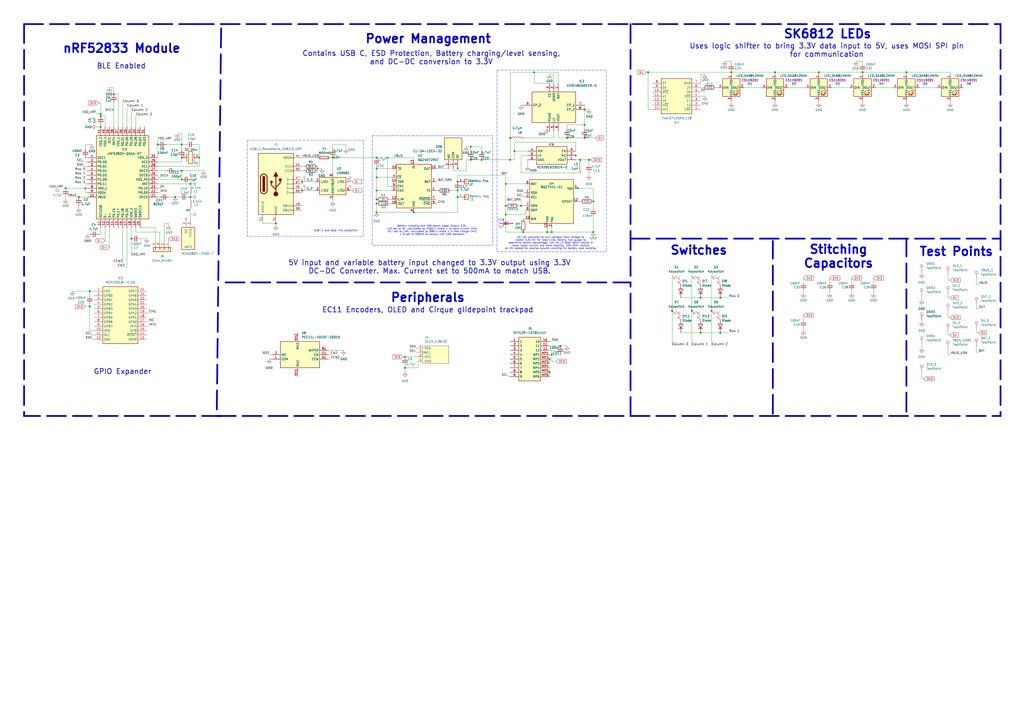
<source format=kicad_sch>
(kicad_sch (version 20231120) (generator "eeschema") (generator_version "8.0")
  (paper "A2")
  (junction (at 105.41 99.06))
  (junction (at 336.55 92.71))
  (junction (at 325.12 200.66))
  (junction (at 58.42 73.66))
  (junction (at 344.17 116.84))
  (junction (at 265.43 105.41))
  (junction (at 293.37 124.46))
  (junction (at 303.53 134.62))
  (junction (at 105.41 104.14))
  (junction (at 328.93 80.01))
  (junction (at 500.38 41.91))
  (junction (at 525.78 41.91))
  (junction (at 52.07 177.8))
  (junction (at 218.44 102.87))
  (junction (at 317.5 134.62))
  (junction (at 38.1 109.22))
  (junction (at 115.57 91.44))
  (junction (at 389.89 180.34))
  (junction (at 91.44 83.82))
  (junction (at 265.43 110.49))
  (junction (at 295.91 92.71))
  (junction (at 375.92 41.91))
  (junction (at 240.03 123.19))
  (junction (at 110.49 106.68))
  (junction (at 175.26 110.49))
  (junction (at 335.28 109.22))
  (junction (at 105.41 83.82))
  (junction (at 76.2 138.43))
  (junction (at 417.83 193.04))
  (junction (at 160.02 129.54))
  (junction (at 298.45 87.63))
  (junction (at 417.83 172.72))
  (junction (at 218.44 123.19))
  (junction (at 293.37 119.38))
  (junction (at 449.58 41.91))
  (junction (at 339.09 63.5))
  (junction (at 218.44 97.79))
  (junction (at 218.44 115.57))
  (junction (at 218.44 110.49))
  (junction (at 45.72 114.3))
  (junction (at 412.75 180.34))
  (junction (at 224.79 91.44))
  (junction (at 401.32 180.34))
  (junction (at 424.18 41.91))
  (junction (at 341.63 92.71))
  (junction (at 339.09 80.01))
  (junction (at 234.95 207.01))
  (junction (at 320.04 134.62))
  (junction (at 318.77 208.28))
  (junction (at 184.15 97.79))
  (junction (at 273.05 92.71))
  (junction (at 339.09 72.39))
  (junction (at 110.49 114.3))
  (junction (at 474.98 41.91))
  (junction (at 309.88 41.91))
  (junction (at 58.42 66.04))
  (junction (at 218.44 91.44))
  (junction (at 293.37 106.68))
  (junction (at 234.95 213.36))
  (junction (at 52.07 168.91))
  (junction (at 101.6 114.3))
  (junction (at 66.04 54.61))
  (junction (at 344.17 134.62))
  (junction (at 58.42 67.31))
  (junction (at 295.91 80.01))
  (junction (at 49.53 109.22))
  (junction (at 279.4 92.71))
  (junction (at 265.43 114.3))
  (junction (at 175.26 105.41))
  (junction (at 302.26 119.38))
  (junction (at 273.05 85.09))
  (junction (at 406.4 193.04))
  (junction (at 318.77 215.9))
  (junction (at 193.04 91.44))
  (junction (at 320.04 205.74))
  (junction (at 105.41 91.44))
  (junction (at 218.44 118.11))
  (junction (at 406.4 172.72))
  (wire (pts (xy 90.17 132.08) (xy 90.17 139.7)))
  (wire (pts (xy 91.44 111.76) (xy 92.71 111.76)))
  (wire (pts (xy 293.37 101.6) (xy 293.37 106.68)))
  (wire (pts (xy 68.58 54.61) (xy 68.58 73.66)))
  (wire (pts (xy 344.17 125.73) (xy 344.17 134.62)))
  (wire (pts (xy 534.67 171.45) (xy 534.67 173.99)))
  (wire (pts (xy 52.07 191.77) (xy 52.07 177.8)))
  (wire (pts (xy 534.67 215.9) (xy 534.67 219.71)))
  (wire (pts (xy 406.4 43.18) (xy 406.4 48.26)))
  (wire (pts (xy 424.18 41.91) (xy 424.18 43.18)))
  (wire (pts (xy 105.41 99.06) (xy 118.11 99.06)))
  (wire (pts (xy 303.53 134.62) (xy 317.5 134.62)))
  (wire (pts (xy 304.8 124.46) (xy 293.37 124.46)))
  (wire (pts (xy 85.09 189.23) (xy 86.36 189.23)))
  (wire (pts (xy 270.51 92.71) (xy 270.51 99.06)))
  (wire (pts (xy 334.01 92.71) (xy 336.55 92.71)))
  (wire (pts (xy 525.78 41.91) (xy 525.78 43.18)))
  (wire (pts (xy 328.93 80.01) (xy 339.09 80.01)))
  (wire (pts (xy 193.04 83.82) (xy 193.04 86.36)))
  (wire (pts (xy 91.44 109.22) (xy 92.71 109.22)))
  (wire (pts (xy 240.03 123.19) (xy 265.43 123.19)))
  (wire (pts (xy 184.15 96.52) (xy 184.15 97.79)))
  (wire (pts (xy 156.21 208.28) (xy 157.48 208.28)))
  (wire (pts (xy 60.96 67.31) (xy 60.96 73.66)))
  (wire (pts (xy 115.57 91.44) (xy 115.57 96.52)))
  (wire (pts (xy 375.92 63.5) (xy 378.46 63.5)))
  (wire (pts (xy 466.09 161.29) (xy 466.09 163.83)))
  (wire (pts (xy 294.64 218.44) (xy 295.91 218.44)))
  (wire (pts (xy 408.94 55.88) (xy 406.4 55.88)))
  (wire (pts (xy 156.21 205.74) (xy 157.48 205.74)))
  (wire (pts (xy 508 50.8) (xy 518.16 50.8)))
  (wire (pts (xy 533.4 50.8) (xy 543.56 50.8)))
  (wire (pts (xy 525.78 41.91) (xy 551.18 41.91)))
  (wire (pts (xy 318.77 43.18) (xy 321.31 43.18)))
  (wire (pts (xy 344.17 116.84) (xy 344.17 109.22)))
  (wire (pts (xy 36.83 109.22) (xy 38.1 109.22)))
  (wire (pts (xy 481.33 168.91) (xy 481.33 170.18)))
  (wire (pts (xy 298.45 87.63) (xy 298.45 82.55)))
  (wire (pts (xy 566.42 193.04) (xy 567.69 193.04)))
  (wire (pts (xy 44.45 114.3) (xy 45.72 114.3)))
  (wire (pts (xy 110.49 104.14) (xy 110.49 106.68)))
  (wire (pts (xy 273.05 87.63) (xy 273.05 85.09)))
  (wire (pts (xy 81.28 138.43) (xy 85.09 138.43)))
  (wire (pts (xy 420.37 35.56) (xy 424.18 35.56)))
  (wire (pts (xy 76.2 132.08) (xy 76.2 138.43)))
  (wire (pts (xy 334.01 82.55) (xy 334.01 87.63)))
  (wire (pts (xy 49.53 104.14) (xy 50.8 104.14)))
  (wire (pts (xy 408.94 43.18) (xy 406.4 43.18)))
  (wire (pts (xy 218.44 102.87) (xy 227.33 102.87)))
  (wire (pts (xy 49.53 91.44) (xy 50.8 91.44)))
  (wire (pts (xy 262.89 99.06) (xy 270.51 99.06)))
  (wire (pts (xy 295.91 80.01) (xy 295.91 92.71)))
  (wire (pts (xy 234.95 207.01) (xy 242.57 207.01)))
  (wire (pts (xy 474.98 59.69) (xy 474.98 58.42)))
  (wire (pts (xy 406.4 193.04) (xy 417.83 193.04)))
  (wire (pts (xy 254 118.11) (xy 252.73 118.11)))
  (wire (pts (xy 336.55 116.84) (xy 335.28 116.84)))
  (wire (pts (xy 218.44 118.11) (xy 218.44 123.19)))
  (wire (pts (xy 191.77 205.74) (xy 190.5 205.74)))
  (wire (pts (xy 193.04 91.44) (xy 193.04 100.33)))
  (wire (pts (xy 323.85 80.01) (xy 323.85 76.2)))
  (wire (pts (xy 218.44 102.87) (xy 218.44 110.49)))
  (wire (pts (xy 339.09 63.5) (xy 339.09 60.96)))
  (wire (pts (xy 76.2 64.77) (xy 76.2 73.66)))
  (wire (pts (xy 254 105.41) (xy 252.73 105.41)))
  (wire (pts (xy 551.18 59.69) (xy 551.18 58.42)))
  (wire (pts (xy 96.52 83.82) (xy 105.41 83.82)))
  (wire (pts (xy 302.26 119.38) (xy 304.8 119.38)))
  (wire (pts (xy 71.12 59.69) (xy 71.12 73.66)))
  (wire (pts (xy 240.03 91.44) (xy 240.03 92.71)))
  (wire (pts (xy 339.09 72.39) (xy 339.09 74.93)))
  (wire (pts (xy 224.79 107.95) (xy 227.33 107.95)))
  (polyline (pts (xy 580.39 13.97) (xy 580.39 241.3)) (stroke (width 1) (type dash)))
  (wire (pts (xy 234.95 215.9) (xy 234.95 213.36)))
  (wire (pts (xy 218.44 110.49) (xy 218.44 115.57)))
  (wire (pts (xy 76.2 138.43) (xy 76.2 148.59)))
  (wire (pts (xy 91.44 99.06) (xy 96.52 99.06)))
  (polyline (pts (xy 13.97 13.97) (xy 13.97 241.3)) (stroke (width 1) (type dash)))
  (wire (pts (xy 302.26 100.33) (xy 336.55 100.33)))
  (wire (pts (xy 466.09 190.5) (xy 466.09 191.77)))
  (wire (pts (xy 293.37 106.68) (xy 304.8 106.68)))
  (wire (pts (xy 105.41 83.82) (xy 105.41 77.47)))
  (wire (pts (xy 295.91 92.71) (xy 298.45 92.71)))
  (wire (pts (xy 49.53 83.82) (xy 49.53 86.36)))
  (wire (pts (xy 175.26 105.41) (xy 175.26 106.68)))
  (wire (pts (xy 481.33 161.29) (xy 481.33 163.83)))
  (polyline (pts (xy 130.81 163.83) (xy 365.76 163.83)) (stroke (width 1) (type dash)))
  (wire (pts (xy 91.44 102.87) (xy 91.44 101.6)))
  (wire (pts (xy 374.65 41.91) (xy 375.92 41.91)))
  (wire (pts (xy 52.07 177.8) (xy 52.07 176.53)))
  (wire (pts (xy 279.4 85.09) (xy 279.4 87.63)))
  (wire (pts (xy 58.42 67.31) (xy 60.96 67.31)))
  (wire (pts (xy 449.58 41.91) (xy 449.58 43.18)))
  (wire (pts (xy 449.58 41.91) (xy 474.98 41.91)))
  (wire (pts (xy 58.42 66.04) (xy 58.42 67.31)))
  (wire (pts (xy 241.3 204.47) (xy 242.57 204.47)))
  (wire (pts (xy 334.01 109.22) (xy 335.28 109.22)))
  (wire (pts (xy 500.38 59.69) (xy 500.38 58.42)))
  (wire (pts (xy 534.67 199.39) (xy 534.67 201.93)))
  (wire (pts (xy 218.44 115.57) (xy 218.44 118.11)))
  (wire (pts (xy 318.77 215.9) (xy 318.77 218.44)))
  (wire (pts (xy 97.79 114.3) (xy 101.6 114.3)))
  (wire (pts (xy 318.77 200.66) (xy 325.12 200.66)))
  (wire (pts (xy 226.06 115.57) (xy 227.33 115.57)))
  (wire (pts (xy 298.45 82.55) (xy 334.01 82.55)))
  (wire (pts (xy 182.88 110.49) (xy 175.26 110.49)))
  (wire (pts (xy 233.68 207.01) (xy 234.95 207.01)))
  (wire (pts (xy 549.91 162.56) (xy 551.18 162.56)))
  (wire (pts (xy 482.6 50.8) (xy 492.76 50.8)))
  (wire (pts (xy 320.04 205.74) (xy 320.04 203.2)))
  (wire (pts (xy 549.91 158.75) (xy 549.91 162.56)))
  (wire (pts (xy 58.42 132.08) (xy 58.42 135.89)))
  (wire (pts (xy 549.91 184.15) (xy 551.18 184.15)))
  (wire (pts (xy 494.03 161.29) (xy 494.03 163.83)))
  (wire (pts (xy 295.91 41.91) (xy 295.91 80.01)))
  (wire (pts (xy 375.92 41.91) (xy 375.92 63.5)))
  (wire (pts (xy 110.49 114.3) (xy 110.49 115.57)))
  (wire (pts (xy 339.09 63.5) (xy 341.63 63.5)))
  (wire (pts (xy 389.89 180.34) (xy 389.89 200.66)))
  (wire (pts (xy 328.93 72.39) (xy 339.09 72.39)))
  (wire (pts (xy 321.31 80.01) (xy 321.31 76.2)))
  (wire (pts (xy 295.91 41.91) (xy 309.88 41.91)))
  (wire (pts (xy 549.91 180.34) (xy 549.91 184.15)))
  (wire (pts (xy 500.38 35.56) (xy 500.38 36.83)))
  (wire (pts (xy 496.57 35.56) (xy 500.38 35.56)))
  (wire (pts (xy 506.73 161.29) (xy 506.73 163.83)))
  (wire (pts (xy 457.2 50.8) (xy 467.36 50.8)))
  (wire (pts (xy 218.44 91.44) (xy 224.79 91.44)))
  (wire (pts (xy 401.32 160.02) (xy 401.32 180.34)))
  (wire (pts (xy 242.57 209.55) (xy 242.57 213.36)))
  (polyline (pts (xy 125.73 241.3) (xy 580.39 241.3)) (stroke (width 1) (type dash)))
  (wire (pts (xy 566.42 179.07) (xy 567.69 179.07)))
  (wire (pts (xy 91.44 106.68) (xy 110.49 106.68)))
  (wire (pts (xy 85.09 186.69) (xy 86.36 186.69)))
  (wire (pts (xy 341.63 92.71) (xy 342.9 92.71)))
  (wire (pts (xy 91.44 114.3) (xy 92.71 114.3)))
  (wire (pts (xy 341.63 95.25) (xy 341.63 92.71)))
  (wire (pts (xy 328.93 72.39) (xy 328.93 74.93)))
  (wire (pts (xy 303.53 80.01) (xy 321.31 80.01)))
  (wire (pts (xy 71.12 152.4) (xy 71.12 132.08)))
  (wire (pts (xy 273.05 92.71) (xy 279.4 92.71)))
  (wire (pts (xy 50.8 111.76) (xy 49.53 111.76)))
  (wire (pts (xy 417.83 172.72) (xy 422.91 172.72)))
  (wire (pts (xy 49.53 99.06) (xy 50.8 99.06)))
  (wire (pts (xy 549.91 191.77) (xy 549.91 194.31)))
  (wire (pts (xy 55.88 66.04) (xy 58.42 66.04)))
  (wire (pts (xy 279.4 92.71) (xy 295.91 92.71)))
  (wire (pts (xy 110.49 106.68) (xy 110.49 107.95)))
  (wire (pts (xy 78.74 132.08) (xy 78.74 134.62)))
  (wire (pts (xy 105.41 77.47) (xy 102.87 77.47)))
  (wire (pts (xy 298.45 87.63) (xy 306.07 87.63)))
  (wire (pts (xy 91.44 102.87) (xy 92.71 102.87)))
  (wire (pts (xy 234.95 213.36) (xy 234.95 212.09)))
  (wire (pts (xy 184.15 97.79) (xy 184.15 99.06)))
  (wire (pts (xy 191.77 208.28) (xy 190.5 208.28)))
  (wire (pts (xy 105.41 99.06) (xy 105.41 104.14)))
  (polyline (pts (xy 365.76 13.97) (xy 365.76 163.83)) (stroke (width 1) (type dash)))
  (wire (pts (xy 303.53 114.3) (xy 304.8 114.3)))
  (polyline (pts (xy 128.27 16.51) (xy 125.73 241.3)) (stroke (width 1) (type dash)))
  (wire (pts (xy 63.5 50.8) (xy 66.04 50.8)))
  (wire (pts (xy 566.42 190.5) (xy 566.42 193.04)))
  (wire (pts (xy 115.57 96.52) (xy 91.44 96.52)))
  (polyline (pts (xy 367.03 13.97) (xy 580.39 13.97)) (stroke (width 1) (type dash)))
  (wire (pts (xy 91.44 83.82) (xy 91.44 91.44)))
  (wire (pts (xy 534.67 219.71) (xy 535.94 219.71)))
  (wire (pts (xy 321.31 43.18) (xy 321.31 48.26)))
  (wire (pts (xy 66.04 59.69) (xy 66.04 73.66)))
  (wire (pts (xy 105.41 91.44) (xy 105.41 93.98)))
  (wire (pts (xy 401.32 180.34) (xy 401.32 200.66)))
  (wire (pts (xy 176.53 99.06) (xy 175.26 99.06)))
  (wire (pts (xy 412.75 160.02) (xy 412.75 180.34)))
  (wire (pts (xy 110.49 113.03) (xy 110.49 114.3)))
  (wire (pts (xy 309.88 48.26) (xy 318.77 48.26)))
  (wire (pts (xy 262.89 97.79) (xy 262.89 99.06)))
  (wire (pts (xy 320.04 134.62) (xy 344.17 134.62)))
  (wire (pts (xy 293.37 134.62) (xy 293.37 132.08)))
  (wire (pts (xy 406.4 172.72) (xy 417.83 172.72)))
  (wire (pts (xy 325.12 200.66) (xy 328.93 200.66)))
  (wire (pts (xy 115.57 83.82) (xy 113.03 83.82)))
  (wire (pts (xy 175.26 110.49) (xy 175.26 111.76)))
  (wire (pts (xy 431.8 50.8) (xy 441.96 50.8)))
  (wire (pts (xy 500.38 41.91) (xy 525.78 41.91)))
  (wire (pts (xy 506.73 168.91) (xy 506.73 170.18)))
  (wire (pts (xy 200.66 83.82) (xy 193.04 83.82)))
  (wire (pts (xy 49.53 101.6) (xy 50.8 101.6)))
  (wire (pts (xy 302.26 90.17) (xy 306.07 90.17)))
  (polyline (pts (xy 365.76 241.3) (xy 365.76 163.83)) (stroke (width 1) (type dash)))
  (wire (pts (xy 300.99 119.38) (xy 302.26 119.38)))
  (wire (pts (xy 406.4 50.8) (xy 407.67 50.8)))
  (wire (pts (xy 415.29 50.8) (xy 416.56 50.8)))
  (wire (pts (xy 54.61 191.77) (xy 52.07 191.77)))
  (wire (pts (xy 199.39 203.2) (xy 190.5 203.2)))
  (wire (pts (xy 566.42 176.53) (xy 566.42 179.07)))
  (wire (pts (xy 466.09 182.88) (xy 466.09 185.42)))
  (wire (pts (xy 49.53 109.22) (xy 50.8 109.22)))
  (wire (pts (xy 45.72 114.3) (xy 50.8 114.3)))
  (wire (pts (xy 57.15 59.69) (xy 58.42 59.69)))
  (wire (pts (xy 58.42 135.89) (xy 57.15 135.89)))
  (wire (pts (xy 341.63 100.33) (xy 341.63 101.6)))
  (wire (pts (xy 52.07 168.91) (xy 54.61 168.91)))
  (wire (pts (xy 323.85 48.26) (xy 323.85 41.91)))
  (wire (pts (xy 152.4 129.54) (xy 160.02 129.54)))
  (wire (pts (xy 318.77 198.12) (xy 320.04 198.12)))
  (wire (pts (xy 53.34 196.85) (xy 54.61 196.85)))
  (wire (pts (xy 73.66 154.94) (xy 73.66 132.08)))
  (wire (pts (xy 466.09 168.91) (xy 466.09 170.18)))
  (wire (pts (xy 175.26 109.22) (xy 175.26 110.49)))
  (wire (pts (xy 66.04 50.8) (xy 66.04 54.61)))
  (wire (pts (xy 424.18 35.56) (xy 424.18 36.83)))
  (wire (pts (xy 38.1 114.3) (xy 38.1 115.57)))
  (wire (pts (xy 49.53 177.8) (xy 52.07 177.8)))
  (wire (pts (xy 412.75 180.34) (xy 412.75 200.66)))
  (wire (pts (xy 320.04 209.55) (xy 322.58 209.55)))
  (wire (pts (xy 38.1 109.22) (xy 49.53 109.22)))
  (wire (pts (xy 318.77 205.74) (xy 318.77 208.28)))
  (wire (pts (xy 97.79 129.54) (xy 95.25 129.54)))
  (wire (pts (xy 58.42 59.69) (xy 58.42 66.04)))
  (wire (pts (xy 53.34 83.82) (xy 49.53 83.82)))
  (polyline (pts (xy 13.97 13.97) (xy 113.03 13.97)) (stroke (width 1) (type dash)))
  (wire (pts (xy 182.88 105.41) (xy 175.26 105.41)))
  (wire (pts (xy 241.3 201.93) (xy 242.57 201.93)))
  (wire (pts (xy 424.18 59.69) (xy 424.18 58.42)))
  (wire (pts (xy 176.53 96.52) (xy 175.26 96.52)))
  (wire (pts (xy 73.66 62.23) (xy 73.66 73.66)))
  (wire (pts (xy 95.25 129.54) (xy 95.25 139.7)))
  (wire (pts (xy 224.79 91.44) (xy 240.03 91.44)))
  (wire (pts (xy 115.57 83.82) (xy 115.57 91.44)))
  (polyline (pts (xy 365.76 138.43) (xy 580.39 138.43)) (stroke (width 1) (type dash)))
  (wire (pts (xy 534.67 157.48) (xy 534.67 158.75)))
  (wire (pts (xy 293.37 134.62) (xy 303.53 134.62)))
  (wire (pts (xy 309.88 41.91) (xy 323.85 41.91)))
  (wire (pts (xy 309.88 41.91) (xy 309.88 48.26)))
  (wire (pts (xy 218.44 96.52) (xy 218.44 97.79)))
  (wire (pts (xy 549.91 170.18) (xy 549.91 172.72)))
  (wire (pts (xy 270.51 85.09) (xy 273.05 85.09)))
  (wire (pts (xy 306.07 92.71) (xy 306.07 96.52)))
  (wire (pts (xy 204.47 110.49) (xy 203.2 110.49)))
  (wire (pts (xy 92.71 139.7) (xy 92.71 134.62)))
  (wire (pts (xy 474.98 41.91) (xy 474.98 43.18)))
  (wire (pts (xy 317.5 132.08) (xy 317.5 134.62)))
  (wire (pts (xy 105.41 83.82) (xy 107.95 83.82)))
  (wire (pts (xy 242.57 213.36) (xy 234.95 213.36)))
  (wire (pts (xy 218.44 97.79) (xy 218.44 102.87)))
  (wire (pts (xy 298.45 87.63) (xy 298.45 92.71)))
  (wire (pts (xy 566.42 200.66) (xy 566.42 204.47)))
  (wire (pts (xy 320.04 205.74) (xy 325.12 205.74)))
  (wire (pts (xy 63.5 132.08) (xy 63.5 143.51)))
  (wire (pts (xy 424.18 41.91) (xy 449.58 41.91)))
  (wire (pts (xy 302.26 100.33) (xy 302.26 90.17)))
  (wire (pts (xy 375.92 41.91) (xy 424.18 41.91)))
  (wire (pts (xy 97.79 138.43) (xy 97.79 139.7)))
  (wire (pts (xy 293.37 119.38) (xy 293.37 124.46)))
  (polyline (pts (xy 113.03 13.97) (xy 365.76 13.97)) (stroke (width 1) (type dash)))
  (wire (pts (xy 49.53 106.68) (xy 50.8 106.68)))
  (wire (pts (xy 91.44 104.14) (xy 105.41 104.14)))
  (wire (pts (xy 500.38 41.91) (xy 500.38 43.18)))
  (wire (pts (xy 345.44 80.01) (xy 339.09 80.01)))
  (wire (pts (xy 534.67 185.42) (xy 534.67 186.69)))
  (wire (pts (xy 254 110.49) (xy 252.73 110.49)))
  (wire (pts (xy 323.85 80.01) (xy 328.93 80.01)))
  (wire (pts (xy 97.79 129.54) (xy 97.79 130.81)))
  (wire (pts (xy 48.26 96.52) (xy 50.8 96.52)))
  (wire (pts (xy 110.49 114.3) (xy 109.22 114.3)))
  (wire (pts (xy 193.04 116.84) (xy 193.04 115.57)))
  (wire (pts (xy 85.09 181.61) (xy 86.36 181.61)))
  (polyline (pts (xy 128.27 241.3) (xy 13.97 241.3)) (stroke (width 1) (type dash)))
  (wire (pts (xy 49.53 111.76) (xy 49.53 109.22)))
  (wire (pts (xy 53.34 194.31) (xy 54.61 194.31)))
  (wire (pts (xy 110.49 120.65) (xy 110.49 127)))
  (wire (pts (xy 78.74 67.31) (xy 78.74 73.66)))
  (wire (pts (xy 525.78 59.69) (xy 525.78 58.42)))
  (wire (pts (xy 200.66 83.82) (xy 200.66 86.36)))
  (wire (pts (xy 551.18 41.91) (xy 551.18 43.18)))
  (wire (pts (xy 549.91 172.72) (xy 551.18 172.72)))
  (wire (pts (xy 218.44 123.19) (xy 240.03 123.19)))
  (wire (pts (xy 335.28 109.22) (xy 344.17 109.22)))
  (wire (pts (xy 45.72 120.65) (xy 45.72 119.38)))
  (wire (pts (xy 50.8 135.89) (xy 52.07 135.89)))
  (wire (pts (xy 175.26 104.14) (xy 175.26 105.41)))
  (wire (pts (xy 186.69 97.79) (xy 184.15 97.79)))
  (wire (pts (xy 339.09 63.5) (xy 339.09 72.39)))
  (wire (pts (xy 78.74 134.62) (xy 92.71 134.62)))
  (wire (pts (xy 252.73 97.79) (xy 260.35 97.79)))
  (polyline (pts (xy 448.31 240.03) (xy 448.31 139.7)) (stroke (width 1) (type dash)))
  (wire (pts (xy 303.53 127) (xy 304.8 127)))
  (wire (pts (xy 293.37 124.46) (xy 293.37 127)))
  (wire (pts (xy 394.97 193.04) (xy 406.4 193.04)))
  (wire (pts (xy 320.04 209.55) (xy 320.04 205.74)))
  (wire (pts (xy 193.04 91.44) (xy 218.44 91.44)))
  (wire (pts (xy 265.43 110.49) (xy 261.62 110.49)))
  (wire (pts (xy 549.91 205.74) (xy 551.18 205.74)))
  (wire (pts (xy 394.97 172.72) (xy 406.4 172.72)))
  (polyline (pts (xy 525.78 238.76) (xy 525.78 138.43)) (stroke (width 1) (type dash)))
  (wire (pts (xy 449.58 59.69) (xy 449.58 58.42)))
  (wire (pts (xy 566.42 204.47) (xy 567.69 204.47)))
  (wire (pts (xy 52.07 171.45) (xy 52.07 168.91)))
  (wire (pts (xy 344.17 116.84) (xy 344.17 120.65)))
  (wire (pts (xy 91.44 81.28) (xy 91.44 83.82)))
  (wire (pts (xy 101.6 99.06) (xy 105.41 99.06)))
  (wire (pts (xy 566.42 161.29) (xy 566.42 165.1)))
  (wire (pts (xy 417.83 193.04) (xy 422.91 193.04)))
  (wire (pts (xy 293.37 106.68) (xy 293.37 119.38)))
  (wire (pts (xy 265.43 101.6) (xy 293.37 101.6)))
  (wire (pts (xy 218.44 110.49) (xy 227.33 110.49)))
  (wire (pts (xy 303.53 111.76) (xy 304.8 111.76)))
  (wire (pts (xy 226.06 118.11) (xy 227.33 118.11)))
  (wire (pts (xy 66.04 54.61) (xy 68.58 54.61)))
  (wire (pts (xy 474.98 41.91) (xy 500.38 41.91)))
  (wire (pts (xy 302.26 116.84) (xy 302.26 119.38)))
  (wire (pts (xy 60.96 132.08) (xy 60.96 139.7)))
  (wire (pts (xy 273.05 85.09) (xy 279.4 85.09)))
  (wire (pts (xy 389.89 160.02) (xy 389.89 180.34)))
  (wire (pts (xy 320.04 132.08) (xy 320.04 134.62)))
  (wire (pts (xy 566.42 165.1) (xy 567.69 165.1)))
  (wire (pts (xy 549.91 194.31) (xy 551.18 194.31)))
  (wire (pts (xy 160.02 130.81) (xy 160.02 129.54)))
  (wire (pts (xy 175.26 91.44) (xy 184.15 91.44)))
  (wire (pts (xy 55.88 73.66) (xy 58.42 73.66)))
  (wire (pts (xy 494.03 168.91) (xy 494.03 170.18)))
  (wire (pts (xy 224.79 91.44) (xy 224.79 107.95)))
  (wire (pts (xy 81.28 132.08) (xy 90.17 132.08)))
  (wire (pts (xy 91.44 93.98) (xy 105.41 93.98)))
  (wire (pts (xy 105.41 83.82) (xy 105.41 86.36)))
  (wire (pts (xy 320.04 203.2) (xy 318.77 203.2)))
  (wire (pts (xy 204.47 105.41) (xy 203.2 105.41)))
  (wire (pts (xy 304.8 121.92) (xy 304.8 124.46)))
  (wire (pts (xy 191.77 91.44) (xy 193.04 91.44)))
  (wire (pts (xy 58.42 72.39) (xy 58.42 73.66)))
  (wire (pts (xy 41.91 168.91) (xy 52.07 168.91)))
  (wire (pts (xy 318.77 208.28) (xy 318.77 210.82)))
  (wire (pts (xy 318.77 213.36) (xy 318.77 215.9)))
  (wire (pts (xy 549.91 201.93) (xy 549.91 205.74)))
  (wire (pts (xy 265.43 110.49) (xy 265.43 114.3)))
  (wire (pts (xy 48.26 93.98) (xy 50.8 93.98)))
  (wire (pts (xy 302.26 60.96) (xy 303.53 60.96)))
  (wire (pts (xy 265.43 105.41) (xy 265.43 101.6)))
  (wire (pts (xy 270.51 92.71) (xy 273.05 92.71)))
  (wire (pts (xy 101.6 114.3) (xy 104.14 114.3)))
  (wire (pts (xy 227.33 97.79) (xy 218.44 97.79)))
  (wire (pts (xy 336.55 92.71) (xy 341.63 92.71)))
  (wire (pts (xy 265.43 114.3) (xy 265.43 123.19)))
  (wire (pts (xy 72.39 154.94) (xy 73.66 154.94)))
  (wire (pts (xy 317.5 134.62) (xy 320.04 134.62)))
  (rectangle (start 215.9 78.74) (end 285.75 142.24) (stroke (width 0) (type dash)))
  (rectangle (start 143.51 81.28) (end 210.82 137.16) (stroke (width 0) (type dash)))
  (rectangle (start 288.29 40.64) (end 351.79 146.05) (stroke (width 0) (type dash)))
  (text "Test Points" (at 554.736 146.05 0) (effects (font (size 5 5) (thickness 1) (bold yes))))
  (text "SK6812 LEDs" (at 480.06 19.812 0) (effects (font (size 5 5) (thickness 1) (bold yes))))
  (text "nRF52833 Module" (at 70.612 28.194 0) (effects (font (size 5 5) (thickness 1) (bold yes))))
  (text "GPIO Expander\n" (at 71.12 215.646 0) (effects (font (size 3 3) (thickness 0.375))))
  (text "BLE Enabled\n" (at 70.358 38.354 0) (effects (font (size 3 3) (thickness 0.375))))
  (text "DC-DC converter to turn variable input voltage to\nstable 3.3V/5V for load/LEDs. Battery fuel guage to\ndetermine battery percentage. 1uH for LX Step-Down results in\nlower ripple current and more stability. 10m Ohm resistor\nat 1% needed for precise columb counting for battery level sensing." (at 319.532 140.97 0) (effects (font (size 1 1) (thickness 0.125))))
  (text "Power Management" (at 248.412 22.606 0) (effects (font (size 5 5) (thickness 1) (bold yes))))
  (text "Battery charging and USB power stage. Output 3.3V.\nILIM set to 3k, calculated by 1550/x where x is input current limit.\nISET set to 1.8k, calculated by 890/x where x is fast charge limit.\nx is set to 500mA to comply with USB standard." (at 250.698 133.604 0) (effects (font (size 1 1) (thickness 0.125))))
  (text "USB-C and Data-line protection" (at 194.818 133.858 0) (effects (font (size 1 1) (thickness 0.125))))
  (text "Peripherals\n" (at 248.158 172.72 0) (effects (font (size 5 5) (thickness 1) (bold yes))))
  (text "Switches\n" (at 405.384 145.288 0) (effects (font (size 5 5) (thickness 1) (bold yes))))
  (text "EC11 Encoders, OLED and Cirque glidepoint trackpad\n" (at 248.158 179.832 0) (effects (font (size 3 3) (thickness 0.375))))
  (text "5V input and variable battery input changed to 3.3V output using 3.3V\nDC-DC Converter. Max. Current set to 500mA to match USB." (at 249.174 154.94 0) (effects (font (size 3 3) (thickness 0.375))))
  (text "Contains USB C, ESD Protection, Battery charging/level sensing,\nand DC-DC conversion to 3.3V\n" (at 250.19 33.528 0) (effects (font (size 3 3) (thickness 0.375))))
  (text "Uses logic shifter to bring 3.3V data input to 5V, uses MOSI SPI pin\nfor communication\n" (at 479.552 29.21 0) (effects (font (size 3 3) (thickness 0.375))))
  (text "Stitching\nCapacitors" (at 486.41 148.844 0) (effects (font (size 5 5) (thickness 1) (bold yes))))
  (label "Row 0" (at 49.53 99.06 180))
  (label "D_N" (at 177.8 105.41 0))
  (label "Row 0" (at 422.91 172.72 0))
  (label "CHG" (at 254 118.11 0))
  (label "Column 1" (at 73.66 62.23 0))
  (label "SCL" (at 53.34 194.31 180))
  (label "SDA" (at 241.3 201.93 180))
  (label "SDA" (at 48.26 96.52 180))
  (label "Column 1" (at 401.32 200.66 0))
  (label "2A" (at 406.4 53.34 0))
  (label "CW2" (at 191.77 205.74 0))
  (label "Row 1" (at 49.53 101.6 180))
  (label "CCW2" (at 71.12 152.4 180))
  (label "CCW2" (at 191.77 208.28 0))
  (label "NO2" (at 156.21 205.74 180))
  (label "SCL" (at 241.3 204.47 180))
  (label "SCL" (at 294.64 218.44 180))
  (label "Column 2" (at 76.2 64.77 0))
  (label "2A" (at 92.71 109.22 0))
  (label "Row 3" (at 49.53 106.68 180))
  (label "INTA" (at 92.71 111.76 0))
  (label "OUT" (at 567.69 179.07 0))
  (label "CHG" (at 86.36 181.61 0))
  (label "SCL" (at 303.53 114.3 180))
  (label "Column 0" (at 389.89 200.66 0))
  (label "SDA" (at 320.04 198.12 0))
  (label "VDD_nRF" (at 91.44 81.28 0))
  (label "BAT_SRN" (at 254 105.41 0))
  (label "OUT" (at 254 97.79 0))
  (label "VBUS" (at 44.45 114.3 180))
  (label "D_P" (at 177.8 110.49 0))
  (label "VDD_nRF" (at 55.88 66.04 180))
  (label "DEC4" (at 92.71 102.87 0))
  (label "INTA" (at 86.36 189.23 0))
  (label "RF" (at 110.49 123.19 180))
  (label "BAT" (at 567.69 204.47 0))
  (label "VBUS" (at 228.6 91.44 0))
  (label "VBUS" (at 567.69 165.1 0))
  (label "Row 2" (at 49.53 104.14 180))
  (label "SCL" (at 48.26 93.98 180))
  (label "VBUS_USB" (at 551.18 205.74 0))
  (label "BAT" (at 290.83 101.6 0))
  (label "VBUS_USB" (at 175.26 91.44 0))
  (label "Column 2" (at 412.75 200.66 0))
  (label "CW2" (at 72.39 154.94 180))
  (label "Row 1" (at 422.91 193.04 0))
  (label "VDD_nRF" (at 76.2 148.59 0))
  (label "Column 0" (at 71.12 59.69 0))
  (label "VDD_nRF" (at 36.83 109.22 180))
  (label "Column 3" (at 78.74 67.31 0))
  (label "SDA" (at 303.53 111.76 180))
  (label "SDA" (at 53.34 196.85 180))
  (label "DEC4" (at 66.04 64.77 180))
  (label "BAT_SRN" (at 302.26 116.84 180))
  (label "NO" (at 86.36 186.69 0))
  (global_label "3V3" (shape input) (at 57.15 59.69 180) (property "Intersheetrefs" "${INTERSHEET_REFS}" (effects (hide yes))))
  (global_label "3V3" (shape input) (at 466.09 161.29 0) (property "Intersheetrefs" "${INTERSHEET_REFS}" (effects (hide yes))))
  (global_label "3V3" (shape input) (at 551.18 184.15 0) (property "Intersheetrefs" "${INTERSHEET_REFS}" (effects (hide yes))))
  (global_label "5V" (shape input) (at 374.65 41.91 180) (property "Intersheetrefs" "${INTERSHEET_REFS}" (effects (hide yes))))
  (global_label "3V3" (shape input) (at 466.09 182.88 0) (property "Intersheetrefs" "${INTERSHEET_REFS}" (effects (hide yes))))
  (global_label "5V" (shape input) (at 551.18 172.72 0) (property "Intersheetrefs" "${INTERSHEET_REFS}" (effects (hide yes))))
  (global_label "3V3" (shape input) (at 342.9 92.71 0) (property "Intersheetrefs" "${INTERSHEET_REFS}" (effects (hide yes))))
  (global_label "D+" (shape input) (at 63.5 143.51 180) (property "Intersheetrefs" "${INTERSHEET_REFS}" (effects (hide yes))))
  (global_label "5V" (shape input) (at 567.69 193.04 0) (property "Intersheetrefs" "${INTERSHEET_REFS}" (effects (hide yes))))
  (global_label "5V" (shape input) (at 551.18 194.31 0) (property "Intersheetrefs" "${INTERSHEET_REFS}" (effects (hide yes))))
  (global_label "3V3" (shape input) (at 551.18 162.56 0) (property "Intersheetrefs" "${INTERSHEET_REFS}" (effects (hide yes))))
  (global_label "D-" (shape input) (at 60.96 139.7 180) (property "Intersheetrefs" "${INTERSHEET_REFS}" (effects (hide yes))))
  (global_label "3V3" (shape input) (at 494.03 161.29 0) (property "Intersheetrefs" "${INTERSHEET_REFS}" (effects (hide yes))))
  (global_label "3V3" (shape input) (at 49.53 177.8 180) (property "Intersheetrefs" "${INTERSHEET_REFS}" (effects (hide yes))))
  (global_label "5V" (shape input) (at 345.44 80.01 0) (property "Intersheetrefs" "${INTERSHEET_REFS}" (effects (hide yes))))
  (global_label "3V3" (shape input) (at 481.33 161.29 0) (property "Intersheetrefs" "${INTERSHEET_REFS}" (effects (hide yes))))
  (global_label "D+" (shape input) (at 204.47 110.49 0) (property "Intersheetrefs" "${INTERSHEET_REFS}" (effects (hide yes))))
  (global_label "3V3" (shape input) (at 97.79 138.43 0) (property "Intersheetrefs" "${INTERSHEET_REFS}" (effects (hide yes))))
  (global_label "3V3" (shape input) (at 233.68 207.01 180) (property "Intersheetrefs" "${INTERSHEET_REFS}" (effects (hide yes))))
  (global_label "3V3" (shape input) (at 322.58 209.55 0) (property "Intersheetrefs" "${INTERSHEET_REFS}" (effects (hide yes))))
  (global_label "D-" (shape input) (at 204.47 105.41 0) (property "Intersheetrefs" "${INTERSHEET_REFS}" (effects (hide yes))))
  (global_label "3V3" (shape input) (at 535.94 219.71 0) (property "Intersheetrefs" "${INTERSHEET_REFS}" (effects (hide yes))))
  (global_label "3V3" (shape input) (at 506.73 161.29 0) (property "Intersheetrefs" "${INTERSHEET_REFS}" (effects (hide yes))))
  (netclass_flag "" (length 2.54) (shape round) (at 203.2 110.49 0) (property "Netclass" "USB_DiffPair" (effects (hide yes))))
  (netclass_flag "" (length 2.54) (shape round) (at 203.2 105.41 0) (property "Netclass" "USB_DiffPair" (effects (hide yes))))
  (netclass_flag "" (length 2.54) (shape diamond) (at 110.49 124.46 270) (property "Netclass" "ANT" (effects (hide yes))))
  (netclass_flag "" (length 2.54) (shape round) (at 176.53 105.41 0) (property "Netclass" "USB_DiffPair" (effects (hide yes))))
  (netclass_flag "" (length 2.54) (shape round) (at 176.53 110.49 0) (property "Netclass" "USB_DiffPair" (effects (hide yes))))
  (netclass_flag "" (length 2.54) (shape diamond) (at 110.49 114.3 270) (property "Netclass" "ANT" (effects (hide yes))))
  (netclass_flag "" (length 2.54) (shape diamond) (at 110.49 106.68 270) (property "Netclass" "ANT" (effects (hide yes))))
  (symbol (lib_id "power:GND") (at 218.44 123.19 0) (unit 1)
    (property "Reference" "#PWR018" (effects (hide yes)))
    (property "Value" "GND" (at 218.44 128.27 0))
    (property "Description" "Power symbol creates a global label with name \"GND\" , ground" (effects (hide yes)))
  )
  (symbol (lib_id "power:GND") (at 525.78 59.69 0) (unit 1)
    (property "Reference" "#PWR053" (effects (hide yes)))
    (property "Value" "GND" (at 525.78 63.754 0))
    (property "Description" "Power symbol creates a global label with name \"GND\" , ground" (effects (hide yes)))
  )
  (symbol (lib_id "Connector_Generic:Conn_01x01") (at 270.51 105.41 0) (unit 1)
    (property "Reference" "J2" (at 274.32 106.934 0) (effects (justify right)))
    (property "Value" "Battery Pos" (at 283.464 104.902 0) (effects (justify right)))
    (property "Footprint" "Connector_Wire:SolderWire-2.5sqmm_1x01_D2.4mm_OD3.6mm" (effects (hide yes)))
    (property "Description" "Generic connector, single row, 01x01, script generated (kicad-library-utils/schlib/autogen/connector/)" (effects (hide yes)))
  )
  (symbol (lib_id "ScottoKeebs:LED_SK6812MINI") (at 551.18 50.8 0) (unit 1)
    (property "Reference" "D6" (at 562.102 48.514 0))
    (property "Value" "LED_SK6812MINI" (at 562.102 43.942 0))
    (property "Footprint" "ScottoKeebs_Components:LED_SK6812MINI" (effects (hide yes)))
    (property "Datasheet" "https://cdn-shop.adafruit.com/product-files/2686/SK6812MINI_REV.01-1-2.pdf" (effects (hide yes)))
    (property "Description" "RGB LED with integrated controller" (effects (hide yes)))
    (property "LCSC" "C5149201" (at 562.102 46.482 0))
  )
  (symbol (lib_id "Battery_Management:BQ27441-G1") (at 320.04 116.84 0) (unit 1)
    (property "Reference" "U4" (at 320.04 106.426 0))
    (property "Value" "BQ27441-G1" (at 320.04 108.458 0))
    (property "Footprint" "Package_SON:Texas_S-PDSO-N12" (effects (hide yes)))
    (property "Datasheet" "http://www.ti.com/lit/ds/symlink/bq27441-g1.pdf" (effects (hide yes)))
    (property "Description" "System Side Li Ion/Polymer Fuel Gauge, PDSON-12" (effects (hide yes)))
  )
  (symbol (lib_id "ScottoKeebs:LED_SK6812MINI") (at 474.98 50.8 0) (unit 1)
    (property "Reference" "D3" (at 485.902 48.514 0))
    (property "Value" "LED_SK6812MINI" (at 485.902 43.942 0))
    (property "Footprint" "ScottoKeebs_Components:LED_SK6812MINI" (effects (hide yes)))
    (property "Datasheet" "https://cdn-shop.adafruit.com/product-files/2686/SK6812MINI_REV.01-1-2.pdf" (effects (hide yes)))
    (property "Description" "RGB LED with integrated controller" (effects (hide yes)))
    (property "LCSC" "C5149201" (at 485.902 46.482 0))
  )
  (symbol (lib_id "Connector:TestPoint") (at 566.42 176.53 0) (unit 1)
    (property "Reference" "OUT_1" (at 568.96 171.9579 0) (effects (justify left)))
    (property "Value" "TestPoint" (at 568.96 174.4979 0) (effects (justify left)))
    (property "Footprint" "TestPoint:TestPoint_Pad_D1.5mm" (effects (hide yes)))
    (property "Description" "test point" (effects (hide yes)))
  )
  (symbol (lib_id "ScottoKeebs:Placeholder_Keyswitch") (at 415.29 182.88 0) (unit 1)
    (property "Reference" "S9" (at 415.29 175.26 0))
    (property "Value" "Keyswitch" (at 415.29 177.8 0))
    (property "Footprint" "ScottoKeebs_Hotswap:Hotswap_Choc_V1V2_Plated_1.00u" (effects (hide yes)))
    (property "Description" "Push button switch, normally open, two pins, 45° tilted" (effects (hide yes)))
  )
  (symbol (lib_id "power:GND") (at 534.67 158.75 0) (unit 1)
    (property "Reference" "#PWR067" (effects (hide yes)))
    (property "Value" "GND" (at 534.67 163.83 0))
    (property "Description" "Power symbol creates a global label with name \"GND\" , ground" (effects (hide yes)))
  )
  (symbol (lib_id "Device:C_Small") (at 265.43 107.95 0) (unit 1)
    (property "Reference" "C17" (at 271.018 108.204 0) (effects (justify right)))
    (property "Value" "4.7uF" (at 272.288 109.982 0) (effects (justify right)))
    (property "Footprint" "ScottoKeebs_Components:Capacitor_0603" (effects (hide yes)))
    (property "Description" "Unpolarized capacitor, small symbol" (effects (hide yes)))
  )
  (symbol (lib_id "power:GND") (at 341.63 101.6 0) (unit 1)
    (property "Reference" "#PWR023" (effects (hide yes)))
    (property "Value" "GND" (at 341.63 106.68 0))
    (property "Description" "Power symbol creates a global label with name \"GND\" , ground" (effects (hide yes)))
  )
  (symbol (lib_id "Device:C_Small") (at 481.33 166.37 180) (unit 1)
    (property "Reference" "C36" (at 475.488 166.624 0) (effects (justify right)))
    (property "Value" "100nF" (at 473.456 164.338 0) (effects (justify right)))
    (property "Footprint" "ScottoKeebs_Components:Capacitor_0603" (effects (hide yes)))
    (property "Description" "Unpolarized capacitor, small symbol" (effects (hide yes)))
  )
  (symbol (lib_id "Connector:TestPoint") (at 566.42 161.29 0) (unit 1)
    (property "Reference" "VBUS_1" (at 568.96 156.7179 0) (effects (justify left)))
    (property "Value" "TestPoint" (at 568.96 159.2579 0) (effects (justify left)))
    (property "Footprint" "TestPoint:TestPoint_Pad_D1.5mm" (effects (hide yes)))
    (property "Description" "test point" (effects (hide yes)))
  )
  (symbol (lib_id "power:GND") (at 449.58 59.69 0) (unit 1)
    (property "Reference" "#PWR037" (effects (hide yes)))
    (property "Value" "GND" (at 449.58 63.754 0))
    (property "Description" "Power symbol creates a global label with name \"GND\" , ground" (effects (hide yes)))
  )
  (symbol (lib_id "Device:C_Small") (at 344.17 123.19 0) (unit 1)
    (property "Reference" "C22" (at 342.138 121.666 0) (effects (justify right)))
    (property "Value" "470nF" (at 343.916 125.222 0) (effects (justify right)))
    (property "Footprint" "ScottoKeebs_Components:Capacitor_0603" (effects (hide yes)))
    (property "Description" "Unpolarized capacitor, small symbol" (effects (hide yes)))
  )
  (symbol (lib_id "power:GND") (at 302.26 60.96 0) (unit 1)
    (property "Reference" "#PWR070" (effects (hide yes)))
    (property "Value" "GND" (at 302.26 66.04 0))
    (property "Description" "Power symbol creates a global label with name \"GND\" , ground" (effects (hide yes)))
  )
  (symbol (lib_id "ScottoKeebs:Placeholder_Keyswitch") (at 415.29 162.56 0) (unit 1)
    (property "Reference" "S3" (at 415.29 154.94 0))
    (property "Value" "Keyswitch" (at 415.29 157.48 0))
    (property "Footprint" "ScottoKeebs_Hotswap:Hotswap_Choc_V1V2_Plated_1.00u" (effects (hide yes)))
    (property "Description" "Push button switch, normally open, two pins, 45° tilted" (effects (hide yes)))
  )
  (symbol (lib_id "Device:C_Small") (at 328.93 77.47 0) (mirror x) (unit 1)
    (property "Reference" "C26" (at 333.248 79.248 0) (effects (justify right)))
    (property "Value" "10uF" (at 334.01 75.692 0) (effects (justify right)))
    (property "Footprint" "ScottoKeebs_Components:Capacitor_0603" (effects (hide yes)))
    (property "Description" "Unpolarized capacitor, small symbol" (effects (hide yes)))
  )
  (symbol (lib_id "power:GND") (at 466.09 170.18 0) (mirror y) (unit 1)
    (property "Reference" "#PWR064" (effects (hide yes)))
    (property "Value" "GND" (at 466.09 174.244 0))
    (property "Description" "Power symbol creates a global label with name \"GND\" , ground" (effects (hide yes)))
  )
  (symbol (lib_id "power:GND") (at 101.6 114.3 0) (unit 1)
    (property "Reference" "#PWR08" (effects (hide yes)))
    (property "Value" "GND" (at 103.632 117.856 0) (effects (justify right)))
    (property "Description" "Power symbol creates a global label with name \"GND\" , ground" (effects (hide yes)))
  )
  (symbol (lib_id "Device:R") (at 180.34 99.06 90) (unit 1)
    (property "Reference" "R2" (at 180.34 101.346 90))
    (property "Value" "5k1" (at 180.34 99.06 90))
    (property "Footprint" "Resistor_SMD:R_0603_1608Metric" (effects (hide yes)))
    (property "Description" "Resistor" (effects (hide yes)))
  )
  (symbol (lib_id "power:GND") (at 420.37 35.56 0) (unit 1)
    (property "Reference" "#PWR028" (effects (hide yes)))
    (property "Value" "GND" (at 419.862 39.116 0))
    (property "Description" "Power symbol creates a global label with name \"GND\" , ground" (effects (hide yes)))
  )
  (symbol (lib_id "power:GND") (at 506.73 170.18 0) (mirror y) (unit 1)
    (property "Reference" "#PWR073" (effects (hide yes)))
    (property "Value" "GND" (at 506.73 174.244 0))
    (property "Description" "Power symbol creates a global label with name \"GND\" , ground" (effects (hide yes)))
  )
  (symbol (lib_id "power:GND") (at 156.21 208.28 0) (unit 1)
    (property "Reference" "#PWR020" (effects (hide yes)))
    (property "Value" "GND" (at 156.21 213.36 0))
    (property "Description" "Power symbol creates a global label with name \"GND\" , ground" (effects (hide yes)))
  )
  (symbol (lib_id "Connector:TestPoint") (at 549.91 201.93 0) (unit 1)
    (property "Reference" "VBUS_USB1" (at 552.45 197.3579 0) (effects (justify left)))
    (property "Value" "TestPoint" (at 552.45 199.8979 0) (effects (justify left)))
    (property "Footprint" "TestPoint:TestPoint_Pad_D1.5mm" (effects (hide yes)))
    (property "Description" "test point" (effects (hide yes)))
  )
  (symbol (lib_id "ScottoKeebs:Placeholder_Diode") (at 406.4 168.91 90) (unit 1)
    (property "Reference" "Di7" (at 407.162 163.068 90) (effects (justify right)))
    (property "Value" "Diode" (at 407.162 165.608 90) (effects (justify right)))
    (property "Footprint" "ScottoKeebs_Components:Diode_SOD-123" (effects (hide yes)))
    (property "Description" "1N4148 (DO-35) or 1N4148W (SOD-123)" (effects (hide yes)))
    (property "Sim.Device" "D" (effects (hide yes)))
    (property "Sim.Pins" "1=K 2=A" (effects (hide yes)))
  )
  (symbol (lib_id "Device:C_Small") (at 293.37 129.54 0) (unit 1)
    (property "Reference" "C18" (at 292.608 127.508 0) (effects (justify right)))
    (property "Value" "1uF" (at 292.608 131.318 0) (effects (justify right)))
    (property "Footprint" "ScottoKeebs_Components:Capacitor_0603" (effects (hide yes)))
    (property "Description" "Unpolarized capacitor, small symbol" (effects (hide yes)))
    (property "Notes" "Place close to gauge" (at 293.624 129.54 0) (effects (font (size 0.5 0.5))))
  )
  (symbol (lib_id "Device:C_Small") (at 506.73 166.37 180) (unit 1)
    (property "Reference" "C39" (at 500.888 166.624 0) (effects (justify right)))
    (property "Value" "100nF" (at 498.856 164.338 0) (effects (justify right)))
    (property "Footprint" "ScottoKeebs_Components:Capacitor_0603" (effects (hide yes)))
    (property "Description" "Unpolarized capacitor, small symbol" (effects (hide yes)))
  )
  (symbol (lib_id "Device:C_Small") (at 49.53 88.9 0) (mirror y) (unit 1)
    (property "Reference" "C3" (at 44.831 90.043 0))
    (property "Value" "100nF" (at 44.831 87.503 0))
    (property "Footprint" "ScottoKeebs_Components:Capacitor_0603" (effects (hide yes)))
    (property "Description" "Unpolarized capacitor, small symbol" (effects (hide yes)))
  )
  (symbol (lib_id "power:GND") (at 306.07 96.52 0) (unit 1)
    (property "Reference" "#PWR021" (effects (hide yes)))
    (property "Value" "GND" (at 309.372 98.806 0))
    (property "Description" "Power symbol creates a global label with name \"GND\" , ground" (effects (hide yes)))
  )
  (symbol (lib_id "power:GND") (at 551.18 59.69 0) (unit 1)
    (property "Reference" "#PWR057" (effects (hide yes)))
    (property "Value" "GND" (at 551.18 63.754 0))
    (property "Description" "Power symbol creates a global label with name \"GND\" , ground" (effects (hide yes)))
  )
  (symbol (lib_id "ScottoKeebs:Placeholder_Keyswitch") (at 392.43 182.88 0) (unit 1)
    (property "Reference" "S7" (at 392.43 175.26 0))
    (property "Value" "Keyswitch" (at 392.43 177.8 0))
    (property "Footprint" "ScottoKeebs_Hotswap:Hotswap_Choc_V1V2_Plated_1.00u" (effects (hide yes)))
    (property "Description" "Push button switch, normally open, two pins, 45° tilted" (effects (hide yes)))
  )
  (symbol (lib_id "Connector:TestPoint") (at 549.91 170.18 0) (unit 1)
    (property "Reference" "5V_1" (at 552.45 165.6079 0) (effects (justify left)))
    (property "Value" "TestPoint" (at 552.45 168.1479 0) (effects (justify left)))
    (property "Footprint" "TestPoint:TestPoint_Pad_D1.5mm" (effects (hide yes)))
    (property "Description" "test point" (effects (hide yes)))
  )
  (symbol (lib_id "power:GND") (at 318.77 76.2 270) (unit 1)
    (property "Reference" "#PWR030" (effects (hide yes)))
    (property "Value" "GND" (at 314.452 77.724 90))
    (property "Description" "Power symbol creates a global label with name \"GND\" , ground" (effects (hide yes)))
  )
  (symbol (lib_id "Device:C_Small") (at 494.03 166.37 180) (unit 1)
    (property "Reference" "C38" (at 488.188 166.624 0) (effects (justify right)))
    (property "Value" "100nF" (at 486.156 164.338 0) (effects (justify right)))
    (property "Footprint" "ScottoKeebs_Components:Capacitor_0603" (effects (hide yes)))
    (property "Description" "Unpolarized capacitor, small symbol" (effects (hide yes)))
  )
  (symbol (lib_id "Device:C_Small") (at 95.25 114.3 90) (unit 1)
    (property "Reference" "C11" (at 92.456 116.078 90))
    (property "Value" "820pF" (at 91.948 118.364 90))
    (property "Footprint" "ScottoKeebs_Components:Capacitor_0603" (effects (hide yes)))
    (property "Description" "Unpolarized capacitor, small symbol" (effects (hide yes)))
  )
  (symbol (lib_id "Power_Protection:USB6B1") (at 193.04 107.95 0) (unit 1)
    (property "Reference" "U3" (at 195.2341 97.79 0) (effects (justify left)))
    (property "Value" "USB6B1" (at 195.2341 100.33 0) (effects (justify left)))
    (property "Footprint" "Package_SO:SOIC-8_3.9x4.9mm_P1.27mm" (effects (hide yes)))
    (property "Datasheet" "http://www.st.com/content/ccc/resource/technical/document/datasheet/3e/ec/b2/54/b2/76/47/90/CD00001361.pdf/files/CD00001361.pdf/jcr:content/translations/en.CD00001361.pdf" (effects (hide yes)))
    (property "Description" "5V Data line protection" (effects (hide yes)))
  )
  (symbol (lib_id "power:GND") (at 344.17 134.62 0) (unit 1)
    (property "Reference" "#PWR024" (effects (hide yes)))
    (property "Value" "GND" (at 344.17 138.176 0))
    (property "Description" "Power symbol creates a global label with name \"GND\" , ground" (effects (hide yes)))
  )
  (symbol (lib_id "Device:C_Small") (at 279.4 90.17 0) (mirror x) (unit 1)
    (property "Reference" "C10" (at 283.718 91.694 0) (effects (justify right)))
    (property "Value" "4.7uF" (at 284.734 88.392 0) (effects (justify right)))
    (property "Footprint" "ScottoKeebs_Components:Capacitor_0603" (effects (hide yes)))
    (property "Description" "Unpolarized capacitor, small symbol" (effects (hide yes)))
  )
  (symbol (lib_id "Device:C_Small") (at 45.72 116.84 180) (unit 1)
    (property "Reference" "C2" (at 49.784 115.824 0))
    (property "Value" "4.7uF" (at 49.784 118.364 0))
    (property "Footprint" "ScottoKeebs_Components:Capacitor_0603" (effects (hide yes)))
    (property "Description" "Unpolarized capacitor, small symbol" (effects (hide yes)))
  )
  (symbol (lib_id "ScottoKeebs:Placeholder_Diode") (at 417.83 168.91 90) (unit 1)
    (property "Reference" "Di8" (at 418.592 163.068 90) (effects (justify right)))
    (property "Value" "Diode" (at 418.592 165.608 90) (effects (justify right)))
    (property "Footprint" "ScottoKeebs_Components:Diode_SOD-123" (effects (hide yes)))
    (property "Description" "1N4148 (DO-35) or 1N4148W (SOD-123)" (effects (hide yes)))
    (property "Sim.Device" "D" (effects (hide yes)))
    (property "Sim.Pins" "1=K 2=A" (effects (hide yes)))
  )
  (symbol (lib_id "Device:R") (at 297.18 119.38 90) (mirror x) (unit 1)
    (property "Reference" "R9" (at 297.18 119.38 90))
    (property "Value" "10m1%" (at 297.434 121.412 90))
    (property "Footprint" "Resistor_SMD:R_0603_1608Metric" (effects (hide yes)))
    (property "Description" "Resistor" (effects (hide yes)))
  )
  (symbol (lib_id "power:GND") (at 328.93 200.66 0) (unit 1)
    (property "Reference" "#PWR069" (effects (hide yes)))
    (property "Value" "GND" (at 330.962 204.47 0) (effects (justify right)))
    (property "Description" "Power symbol creates a global label with name \"GND\" , ground" (effects (hide yes)))
  )
  (symbol (lib_id "Device:L_Small") (at 110.49 118.11 0) (mirror x) (unit 1)
    (property "Reference" "L2" (at 113.792 118.872 0))
    (property "Value" "2.2nH" (at 114.3 116.84 0))
    (property "Footprint" "Inductor_SMD:L_0603_1608Metric" (effects (hide yes)))
    (property "Description" "Inductor, small symbol" (effects (hide yes)))
  )
  (symbol (lib_id "SamacSys_Parts:XC9291B33D1R-G") (at 334.01 92.71 180) (unit 1)
    (property "Reference" "IC6" (at 319.786 83.82 0))
    (property "Value" "XC9291B33D1R-G" (at 320.294 97.028 0))
    (property "Footprint" "SamacSys_Parts:XC9290A07E1RG" (effects (hide yes)))
    (property "Datasheet" "https://product.torexsemi.com/system/files/series/XC9291.pdf" (effects (hide yes)))
    (property "Description" "HiSAT-COT  Control Extremely Small 600mA Step-Down DC/DC Converters" (effects (hide yes)))
    (property "Height" "0.3" (effects (hide yes)))
    (property "Manufacturer_Name" "Torex" (effects (hide yes)))
    (property "Manufacturer_Part_Number" "XC9291B33D1R-G" (effects (hide yes)))
  )
  (symbol (lib_id "Connector_Generic:Conn_01x01") (at 270.51 114.3 0) (unit 1)
    (property "Reference" "J3" (at 274.574 115.824 0) (effects (justify right)))
    (property "Value" "Battery Neg" (at 283.718 113.792 0) (effects (justify right)))
    (property "Footprint" "Connector_Wire:SolderWire-2.5sqmm_1x01_D2.4mm_OD3.6mm" (effects (hide yes)))
    (property "Description" "Generic connector, single row, 01x01, script generated (kicad-library-utils/schlib/autogen/connector/)" (effects (hide yes)))
  )
  (symbol (lib_id "power:GND") (at 408.94 43.18 0) (unit 1)
    (property "Reference" "#PWR013" (effects (hide yes)))
    (property "Value" "GND" (at 409.194 46.482 0))
    (property "Description" "Power symbol creates a global label with name \"GND\" , ground" (effects (hide yes)))
  )
  (symbol (lib_id "Device:C_Small") (at 500.38 39.37 0) (mirror x) (unit 1)
    (property "Reference" "C31" (at 506.222 39.624 0) (effects (justify right)))
    (property "Value" "100nF" (at 508.254 37.338 0) (effects (justify right)))
    (property "Footprint" "ScottoKeebs_Components:Capacitor_0603" (effects (hide yes)))
    (property "Description" "Unpolarized capacitor, small symbol" (effects (hide yes)))
  )
  (symbol (lib_id "Device:C_Small") (at 234.95 209.55 0) (unit 1)
    (property "Reference" "C9" (at 239.268 208.28 0) (effects (justify right)))
    (property "Value" "4.7uF" (at 241.046 211.328 0) (effects (justify right)))
    (property "Footprint" "ScottoKeebs_Components:Capacitor_0603" (effects (hide yes)))
    (property "Description" "Unpolarized capacitor, small symbol" (effects (hide yes)))
  )
  (symbol (lib_id "ScottoKeebs:Placeholder_Keyswitch") (at 392.43 162.56 0) (unit 1)
    (property "Reference" "S1" (at 392.43 154.94 0))
    (property "Value" "Keyswitch" (at 392.43 157.48 0))
    (property "Footprint" "ScottoKeebs_Hotswap:Hotswap_Choc_V1V2_Plated_1.00u" (effects (hide yes)))
    (property "Description" "Push button switch, normally open, two pins, 45° tilted" (effects (hide yes)))
  )
  (symbol (lib_id "Connector:TestPoint") (at 534.67 199.39 0) (unit 1)
    (property "Reference" "GND4" (at 537.21 194.8179 0) (effects (justify left)))
    (property "Value" "TestPoint" (at 537.21 197.3579 0) (effects (justify left)))
    (property "Footprint" "TestPoint:TestPoint_Pad_D1.5mm" (effects (hide yes)))
    (property "Description" "test point" (effects (hide yes)))
  )
  (symbol (lib_id "Device:C_Small") (at 218.44 93.98 180) (unit 1)
    (property "Reference" "C23" (at 218.694 96.266 0) (effects (justify right)))
    (property "Value" "4.7uF" (at 218.694 92.456 0) (effects (justify right)))
    (property "Footprint" "ScottoKeebs_Components:Capacitor_0603" (effects (hide yes)))
    (property "Description" "Unpolarized capacitor, small symbol" (effects (hide yes)))
  )
  (symbol (lib_id "power:GND") (at 193.04 116.84 0) (unit 1)
    (property "Reference" "#PWR017" (effects (hide yes)))
    (property "Value" "GND" (at 193.04 121.92 0))
    (property "Description" "Power symbol creates a global label with name \"GND\" , ground" (effects (hide yes)))
  )
  (symbol (lib_id "Device:R") (at 303.53 130.81 0) (unit 1)
    (property "Reference" "R7" (at 300.482 130.048 0))
    (property "Value" "10k" (at 300.482 132.08 0))
    (property "Footprint" "Resistor_SMD:R_0603_1608Metric" (effects (hide yes)))
    (property "Description" "Resistor" (effects (hide yes)))
  )
  (symbol (lib_id "Device:C_Small") (at 105.41 88.9 180) (unit 1)
    (property "Reference" "C14" (at 101.346 87.122 0))
    (property "Value" "12pF" (at 101.346 89.662 0))
    (property "Footprint" "ScottoKeebs_Components:Capacitor_0603" (effects (hide yes)))
    (property "Description" "Unpolarized capacitor, small symbol" (effects (hide yes)))
  )
  (symbol (lib_id "ScottoKeebs:Placeholder_Diode") (at 406.4 189.23 90) (unit 1)
    (property "Reference" "Di12" (at 407.162 183.388 90) (effects (justify right)))
    (property "Value" "Diode" (at 407.162 185.928 90) (effects (justify right)))
    (property "Footprint" "ScottoKeebs_Components:Diode_SOD-123" (effects (hide yes)))
    (property "Description" "1N4148 (DO-35) or 1N4148W (SOD-123)" (effects (hide yes)))
    (property "Sim.Device" "D" (effects (hide yes)))
    (property "Sim.Pins" "1=K 2=A" (effects (hide yes)))
  )
  (symbol (lib_id "power:GND") (at 85.09 138.43 0) (unit 1)
    (property "Reference" "#PWR07" (effects (hide yes)))
    (property "Value" "GND" (at 87.376 142.494 0) (effects (justify right)))
    (property "Description" "Power symbol creates a global label with name \"GND\" , ground" (effects (hide yes)))
  )
  (symbol (lib_id "power:GND") (at 408.94 55.88 0) (unit 1)
    (property "Reference" "#PWR014" (effects (hide yes)))
    (property "Value" "GND" (at 408.94 59.944 0))
    (property "Description" "Power symbol creates a global label with name \"GND\" , ground" (effects (hide yes)))
  )
  (symbol (lib_id "Connector:TestPoint") (at 534.67 215.9 0) (unit 1)
    (property "Reference" "3V3_3" (at 537.21 211.3279 0) (effects (justify left)))
    (property "Value" "TestPoint" (at 537.21 213.8679 0) (effects (justify left)))
    (property "Footprint" "TestPoint:TestPoint_Pad_D1.5mm" (effects (hide yes)))
    (property "Description" "test point" (effects (hide yes)))
  )
  (symbol (lib_id "SamacSys_Parts:PEC11L-4015F-S0015") (at 172.72 218.44 90) (unit 1)
    (property "Reference" "U6" (at 174.9141 193.04 90) (effects (justify right)))
    (property "Value" "PEC11L-4015F-S0015" (at 174.9141 195.58 90) (effects (justify right)))
    (property "Footprint" "SamacSys_Parts:PEC11L4015FS0015" (effects (hide yes)))
    (property "Datasheet" "https://www.bourns.com/PDFs/pec11l.pdf" (effects (hide yes)))
    (property "Description" "Rotary Encoder Mechanical 15 Quadrature (Incremental) Vertical 	 6mm Dia Flatted End" (effects (hide yes)))
    (property "Height" "20" (effects (hide yes)))
    (property "Mouser Part Number" "652-PEC11L4015FS0015" (effects (hide yes)))
    (property "Mouser Price/Stock" "https://www.mouser.co.uk/ProductDetail/Bourns/PEC11L-4015F-S0015?qs=Zq5ylnUbLm7G6EFrj3V7Lw%3D%3D" (effects (hide yes)))
    (property "Manufacturer_Name" "Bourns" (effects (hide yes)))
    (property "Manufacturer_Part_Number" "PEC11L-4015F-S0015" (effects (hide yes)))
  )
  (symbol (lib_id "Device:L") (at 336.55 96.52 0) (mirror y) (unit 1)
    (property "Reference" "L3" (at 335.28 95.2499 0) (effects (justify left)))
    (property "Value" "1uH" (at 335.28 97.7899 0) (effects (justify left)))
    (property "Footprint" "Inductor_SMD:L_0603_1608Metric" (effects (hide yes)))
    (property "Description" "Inductor" (effects (hide yes)))
  )
  (symbol (lib_id "Device:L_Small") (at 110.49 110.49 0) (unit 1)
    (property "Reference" "L1" (at 113.538 110.998 0))
    (property "Value" "4.7nH" (at 113.792 108.966 0))
    (property "Footprint" "Inductor_SMD:L_0603_1608Metric" (effects (hide yes)))
    (property "Description" "Inductor, small symbol" (effects (hide yes)))
  )
  (symbol (lib_id "Connector:TestPoint") (at 534.67 185.42 0) (unit 1)
    (property "Reference" "GND3" (at 537.21 180.8479 0) (effects (justify left)))
    (property "Value" "TestPoint" (at 537.21 183.3879 0) (effects (justify left)))
    (property "Footprint" "TestPoint:TestPoint_Pad_D1.5mm" (effects (hide yes)))
    (property "Description" "test point" (effects (hide yes)))
  )
  (symbol (lib_id "SamacSys_Parts:ACAG0801-2450-T") (at 110.49 127 270) (unit 1)
    (property "Reference" "ANT1" (at 106.934 143.256 90) (effects (justify left)))
    (property "Value" "ACAG0801-2450-T" (at 105.156 147.066 90) (effects (justify left)))
    (property "Footprint" "SamacSys_Parts:ANTC8010X110N" (effects (hide yes)))
    (property "Datasheet" "https://abracon.com/datasheets/ACAG0801-2450-T.pdf" (effects (hide yes)))
    (property "Description" "Abracon SMT Antenna ACAG0801-2450-T, 2450 MHz" (effects (hide yes)))
    (property "Height" "1.1" (effects (hide yes)))
    (property "Mouser Part Number" "815-G0801-2450-T" (effects (hide yes)))
    (property "Mouser Price/Stock" "https://www.mouser.co.uk/ProductDetail/ABRACON/ACAG0801-2450-T?qs=fAHHVMwC%252BbhdHzoIvMh2Og%3D%3D" (effects (hide yes)))
    (property "Manufacturer_Name" "ABRACON" (effects (hide yes)))
    (property "Manufacturer_Part_Number" "ACAG0801-2450-T" (effects (hide yes)))
  )
  (symbol (lib_id "power:GND") (at 186.69 97.79 0) (unit 1)
    (property "Reference" "#PWR015" (effects (hide yes)))
    (property "Value" "GND" (at 186.69 101.854 0))
    (property "Description" "Power symbol creates a global label with name \"GND\" , ground" (effects (hide yes)))
  )
  (symbol (lib_id "Device:C_Small") (at 106.68 114.3 270) (mirror x) (unit 1)
    (property "Reference" "C15" (at 106.68 109.474 90))
    (property "Value" "1.2pF" (at 107.188 111.76 90))
    (property "Footprint" "ScottoKeebs_Components:Capacitor_0603" (effects (hide yes)))
    (property "Description" "Unpolarized capacitor, small symbol" (effects (hide yes)))
  )
  (symbol (lib_id "power:GND") (at 474.98 59.69 0) (unit 1)
    (property "Reference" "#PWR041" (effects (hide yes)))
    (property "Value" "GND" (at 474.98 63.754 0))
    (property "Description" "Power symbol creates a global label with name \"GND\" , ground" (effects (hide yes)))
  )
  (symbol (lib_id "Connector:TestPoint") (at 549.91 191.77 0) (unit 1)
    (property "Reference" "5V_2" (at 552.45 187.1979 0) (effects (justify left)))
    (property "Value" "TestPoint" (at 552.45 189.7379 0) (effects (justify left)))
    (property "Footprint" "TestPoint:TestPoint_Pad_D1.5mm" (effects (hide yes)))
    (property "Description" "test point" (effects (hide yes)))
  )
  (symbol (lib_id "power:GND") (at 234.95 215.9 0) (unit 1)
    (property "Reference" "#PWR022" (effects (hide yes)))
    (property "Value" "GND" (at 234.95 220.98 0))
    (property "Description" "Power symbol creates a global label with name \"GND\" , ground" (effects (hide yes)))
  )
  (symbol (lib_id "Device:C_Small") (at 110.49 83.82 270) (unit 1)
    (property "Reference" "C19" (at 110.744 78.232 90))
    (property "Value" "12pF" (at 111.252 80.518 90))
    (property "Footprint" "ScottoKeebs_Components:Capacitor_0603" (effects (hide yes)))
    (property "Description" "Unpolarized capacitor, small symbol" (effects (hide yes)))
  )
  (symbol (lib_id "SamacSys_Parts:ABM7-32.000MHZ-D2Y-T") (at 105.41 91.44 0) (unit 1)
    (property "Reference" "Y1" (at 113.792 94.742 0))
    (property "Value" "32 MHz" (at 110.744 86.868 0))
    (property "Footprint" "ABM7" (effects (hide yes)))
    (property "Datasheet" "https://abracon.com/Resonators/abm7.pdf" (effects (hide yes)))
    (property "Description" "32 MHz +/-20ppm Crystal 18pF 50 Ohms 2-SMD, No Lead" (effects (hide yes)))
    (property "Height" "1.4" (effects (hide yes)))
    (property "Mouser Part Number" "815-ABM7-32-D2Y-T" (effects (hide yes)))
    (property "Mouser Price/Stock" "https://www.mouser.co.uk/ProductDetail/ABRACON/ABM7-32000MHZ-D2Y-T?qs=LoTOQoUkC8QtIodK69X4VQ%3D%3D" (effects (hide yes)))
    (property "Manufacturer_Name" "ABRACON" (effects (hide yes)))
    (property "Manufacturer_Part_Number" "ABM7-32.000MHZ-D2Y-T" (effects (hide yes)))
  )
  (symbol (lib_id "Device:C_Small") (at 466.09 187.96 180) (unit 1)
    (property "Reference" "C40" (at 460.248 188.214 0) (effects (justify right)))
    (property "Value" "100nF" (at 458.216 185.928 0) (effects (justify right)))
    (property "Footprint" "ScottoKeebs_Components:Capacitor_0603" (effects (hide yes)))
    (property "Description" "Unpolarized capacitor, small symbol" (effects (hide yes)))
  )
  (symbol (lib_id "ScottoKeebs:Placeholder_Keyswitch") (at 403.86 162.56 0) (unit 1)
    (property "Reference" "S2" (at 403.86 154.94 0))
    (property "Value" "Keyswitch" (at 403.86 157.48 0))
    (property "Footprint" "ScottoKeebs_Hotswap:Hotswap_Choc_V1V2_Plated_1.00u" (effects (hide yes)))
    (property "Description" "Push button switch, normally open, two pins, 45° tilted" (effects (hide yes)))
  )
  (symbol (lib_id "power:GND") (at 481.33 170.18 0) (mirror y) (unit 1)
    (property "Reference" "#PWR071" (effects (hide yes)))
    (property "Value" "GND" (at 481.33 174.244 0))
    (property "Description" "Power symbol creates a global label with name \"GND\" , ground" (effects (hide yes)))
  )
  (symbol (lib_id "power:GND") (at 160.02 130.81 0) (unit 1)
    (property "Reference" "#PWR016" (effects (hide yes)))
    (property "Value" "GND" (at 160.02 135.89 0))
    (property "Description" "Power symbol creates a global label with name \"GND\" , ground" (effects (hide yes)))
  )
  (symbol (lib_id "ScottoKeebs:LED_SK6812MINI") (at 424.18 50.8 0) (unit 1)
    (property "Reference" "D1" (at 435.102 48.514 0))
    (property "Value" "LED_SK6812MINI" (at 435.102 43.942 0))
    (property "Footprint" "ScottoKeebs_Components:LED_SK6812MINI" (effects (hide yes)))
    (property "Datasheet" "https://cdn-shop.adafruit.com/product-files/2686/SK6812MINI_REV.01-1-2.pdf" (effects (hide yes)))
    (property "Description" "RGB LED with integrated controller" (effects (hide yes)))
    (property "LCSC" "C5149201" (at 435.102 46.482 0))
  )
  (symbol (lib_id "power:GND") (at 466.09 191.77 0) (mirror y) (unit 1)
    (property "Reference" "#PWR074" (effects (hide yes)))
    (property "Value" "GND" (at 466.09 195.834 0))
    (property "Description" "Power symbol creates a global label with name \"GND\" , ground" (effects (hide yes)))
  )
  (symbol (lib_id "Device:C_Small") (at 466.09 166.37 180) (unit 1)
    (property "Reference" "C35" (at 460.248 166.624 0) (effects (justify right)))
    (property "Value" "100nF" (at 458.216 164.338 0) (effects (justify right)))
    (property "Footprint" "ScottoKeebs_Components:Capacitor_0603" (effects (hide yes)))
    (property "Description" "Unpolarized capacitor, small symbol" (effects (hide yes)))
  )
  (symbol (lib_id "power:GND") (at 63.5 50.8 0) (unit 1)
    (property "Reference" "#PWR06" (effects (hide yes)))
    (property "Value" "GND" (at 63.246 54.61 0))
    (property "Description" "Power symbol creates a global label with name \"GND\" , ground" (effects (hide yes)))
  )
  (symbol (lib_id "power:GND") (at 200.66 86.36 0) (unit 1)
    (property "Reference" "#PWR063" (effects (hide yes)))
    (property "Value" "GND" (at 203.962 86.868 0))
    (property "Description" "Power symbol creates a global label with name \"GND\" , ground" (effects (hide yes)))
  )
  (symbol (lib_id "SamacSys_Parts:XC9148G50CER-G") (at 323.85 48.26 270) (unit 1)
    (property "Reference" "IC2" (at 337.439 47.117 90))
    (property "Value" "XC9148G50CER-G" (at 337.439 49.657 90))
    (property "Footprint" "SamacSys_Parts:XC9147_8_USP-6C" (effects (hide yes)))
    (property "Datasheet" "https://www.torex.co.jp/file/xc9147/xc9147.pdf" (effects (hide yes)))
    (property "Description" "Highly functionality, 1.4A Step-up DC/DC Converters, USP-6C" (effects (hide yes)))
    (property "Height" "0.6" (effects (hide yes)))
    (property "Mouser Part Number" "865-XC9148G50CER-G" (effects (hide yes)))
    (property "Mouser Price/Stock" "https://www.mouser.co.uk/ProductDetail/Torex-Semiconductor/XC9148G50CER-G?qs=Znm5pLBrcAIVdHP1hm3K%2FA%3D%3D" (effects (hide yes)))
    (property "Manufacturer_Name" "Torex" (effects (hide yes)))
    (property "Manufacturer_Part_Number" "XC9148G50CER-G" (effects (hide yes)))
  )
  (symbol (lib_id "SamacSys_Parts:CL-SA-12C4-22") (at 265.43 97.79 270) (mirror x) (unit 1)
    (property "Reference" "S26" (at 256.54 85.0899 90) (effects (justify right)))
    (property "Value" "CL-SA-12C4-22" (at 256.54 87.6299 90) (effects (justify right)))
    (property "Footprint" "SamacSys_Parts:CLSA12C422" (effects (hide yes)))
    (property "Datasheet" "https://www.nidec-components.com/e/catalog/switch/cl-sa.pdf" (effects (hide yes)))
    (property "Description" "Slide Switches SPDT, ON-ON Slide, Red Actuator, 500mA @ 12V DC Right Angle PC Terminals, Bulk Packaging" (effects (hide yes)))
    (property "Height" "2.54" (effects (hide yes)))
    (property "Mouser Part Number" "229-CL-SA-12C4-22" (effects (hide yes)))
    (property "Mouser Price/Stock" "https://www.mouser.co.uk/ProductDetail/Nidec-Components/CL-SA-12C4-22?qs=XeJtXLiO41QktpJxvsn9IA%3D%3D" (effects (hide yes)))
    (property "Manufacturer_Name" "Nidec Copal" (effects (hide yes)))
    (property "Manufacturer_Part_Number" "CL-SA-12C4-22" (effects (hide yes)))
  )
  (symbol (lib_id "power:GND") (at 496.57 35.56 0) (unit 1)
    (property "Reference" "#PWR047" (effects (hide yes)))
    (property "Value" "GND" (at 496.316 39.624 0))
    (property "Description" "Power symbol creates a global label with name \"GND\" , ground" (effects (hide yes)))
  )
  (symbol (lib_id "SamacSys_Parts:MCP23018T-E_SS") (at 54.61 168.91 0) (unit 1)
    (property "Reference" "IC5" (at 69.85 161.29 0))
    (property "Value" "MCP23018T-E_SS" (at 69.85 163.83 0))
    (property "Footprint" "SamacSys_Parts:SOP65P780X200-24N" (effects (hide yes)))
    (property "Datasheet" "http://www.microchip.com/mymicrochip/filehandler.aspx?ddocname=en537442" (effects (hide yes)))
    (property "Description" "16-bit I/O Expander I2C interface" (effects (hide yes)))
    (property "Height" "2" (effects (hide yes)))
    (property "Mouser Part Number" "579-MCP23018T-E/SS" (effects (hide yes)))
    (property "Mouser Price/Stock" "https://www.mouser.co.uk/ProductDetail/Microchip-Technology/MCP23018T-E-SS?qs=WqWCsLCZBkqMS5BB6s8yqA%3D%3D" (effects (hide yes)))
    (property "Manufacturer_Name" "Microchip" (effects (hide yes)))
    (property "Manufacturer_Part_Number" "MCP23018T-E/SS" (effects (hide yes)))
  )
  (symbol (lib_id "Device:L") (at 299.72 80.01 90) (unit 1)
    (property "Reference" "L6" (at 302.895 76.8351 90) (effects (justify left)))
    (property "Value" "4.7uH" (at 302.895 74.2951 90) (effects (justify left)))
    (property "Footprint" "Inductor_SMD:L_0603_1608Metric" (effects (hide yes)))
    (property "Description" "Inductor" (effects (hide yes)))
  )
  (symbol (lib_id "Device:R") (at 222.25 118.11 270) (unit 1)
    (property "Reference" "R4" (at 222.504 120.396 90))
    (property "Value" "1k8" (at 222.504 118.364 90))
    (property "Footprint" "Resistor_SMD:R_0603_1608Metric" (effects (hide yes)))
    (property "Description" "Resistor" (effects (hide yes)))
  )
  (symbol (lib_id "power:GND") (at 534.67 201.93 0) (unit 1)
    (property "Reference" "#PWR066" (effects (hide yes)))
    (property "Value" "GND" (at 534.67 207.01 0))
    (property "Description" "Power symbol creates a global label with name \"GND\" , ground" (effects (hide yes)))
  )
  (symbol (lib_id "SamacSys_Parts:SFV12R-1STBE1HLF") (at 295.91 198.12 0) (unit 1)
    (property "Reference" "J5" (at 307.34 190.5 0))
    (property "Value" "SFV12R-1STBE1HLF" (at 307.34 193.04 0))
    (property "Footprint" "SFV12R1STBE1HLF" (effects (hide yes)))
    (property "Datasheet" "https://cdn.amphenol-cs.com/media/wysiwyg/files/drawing/sfv12b_hlf.pdf" (effects (hide yes)))
    (property "Description" "0.50mm Flex Connector, SFV-R Series, 12 Position, Bottom Side Contact, Side Entry Surface Mount ZIF Connector, Halogen Free, Lead Free, Gold Flash." (effects (hide yes)))
    (property "Height" "2" (effects (hide yes)))
    (property "Manufacturer_Name" "Amphenol Communications Solutions" (effects (hide yes)))
    (property "Manufacturer_Part_Number" "SFV12R-1STBE1HLF" (effects (hide yes)))
  )
  (symbol (lib_id "ScottoKeebs:Placeholder_Diode") (at 417.83 189.23 90) (unit 1)
    (property "Reference" "Di3" (at 418.592 183.388 90) (effects (justify right)))
    (property "Value" "Diode" (at 418.592 185.928 90) (effects (justify right)))
    (property "Footprint" "ScottoKeebs_Components:Diode_SOD-123" (effects (hide yes)))
    (property "Description" "1N4148 (DO-35) or 1N4148W (SOD-123)" (effects (hide yes)))
    (property "Sim.Device" "D" (effects (hide yes)))
    (property "Sim.Pins" "1=K 2=A" (effects (hide yes)))
  )
  (symbol (lib_id "Device:R") (at 257.81 110.49 270) (unit 1)
    (property "Reference" "R5" (at 257.81 112.776 90))
    (property "Value" "10k" (at 257.81 110.49 90))
    (property "Footprint" "Resistor_SMD:R_0603_1608Metric" (effects (hide yes)))
    (property "Description" "Resistor" (effects (hide yes)))
  )
  (symbol (lib_id "ScottoKeebs:LED_SK6812MINI") (at 449.58 50.8 0) (unit 1)
    (property "Reference" "D2" (at 460.502 48.514 0))
    (property "Value" "LED_SK6812MINI" (at 460.502 43.942 0))
    (property "Footprint" "ScottoKeebs_Components:LED_SK6812MINI" (effects (hide yes)))
    (property "Datasheet" "https://cdn-shop.adafruit.com/product-files/2686/SK6812MINI_REV.01-1-2.pdf" (effects (hide yes)))
    (property "Description" "RGB LED with integrated controller" (effects (hide yes)))
    (property "LCSC" "C5149201" (at 460.502 46.482 0))
  )
  (symbol (lib_id "Device:C_Small") (at 193.04 88.9 180) (unit 1)
    (property "Reference" "C24" (at 193.294 91.186 0) (effects (justify right)))
    (property "Value" "4.7uF" (at 193.294 87.376 0) (effects (justify right)))
    (property "Footprint" "ScottoKeebs_Components:Capacitor_0603" (effects (hide yes)))
    (property "Description" "Unpolarized capacitor, small symbol" (effects (hide yes)))
  )
  (symbol (lib_id "power:GND") (at 50.8 135.89 0) (unit 1)
    (property "Reference" "#PWR04" (effects (hide yes)))
    (property "Value" "GND" (at 52.832 139.7 0) (effects (justify right)))
    (property "Description" "Power symbol creates a global label with name \"GND\" , ground" (effects (hide yes)))
  )
  (symbol (lib_id "Device:C_Small") (at 58.42 69.85 0) (mirror y) (unit 1)
    (property "Reference" "C5" (at 52.07 69.8563 90))
    (property "Value" "1uF" (at 54.61 69.8563 90))
    (property "Footprint" "ScottoKeebs_Components:Capacitor_0603" (effects (hide yes)))
    (property "Description" "Unpolarized capacitor, small symbol" (effects (hide yes)))
  )
  (symbol (lib_id "power:GND") (at 318.77 43.18 0) (unit 1)
    (property "Reference" "#PWR032" (effects (hide yes)))
    (property "Value" "GND" (at 318.77 46.99 0))
    (property "Description" "Power symbol creates a global label with name \"GND\" , ground" (effects (hide yes)))
  )
  (symbol (lib_id "Connector:TestPoint") (at 549.91 158.75 0) (unit 1)
    (property "Reference" "3v3_1" (at 552.45 154.1779 0) (effects (justify left)))
    (property "Value" "TestPoint" (at 552.45 156.7179 0) (effects (justify left)))
    (property "Footprint" "TestPoint:TestPoint_Pad_D1.5mm" (effects (hide yes)))
    (property "Description" "test point" (effects (hide yes)))
  )
  (symbol (lib_id "Connector:TestPoint") (at 534.67 157.48 0) (unit 1)
    (property "Reference" "GND1" (at 537.21 152.9079 0) (effects (justify left)))
    (property "Value" "TestPoint" (at 537.21 155.4479 0) (effects (justify left)))
    (property "Footprint" "TestPoint:TestPoint_Pad_D1.5mm" (effects (hide yes)))
    (property "Description" "test point" (effects (hide yes)))
  )
  (symbol (lib_id "SamacSys_Parts:74AHCT125PW,118") (at 406.4 63.5 180) (unit 1)
    (property "Reference" "IC4" (at 392.43 71.12 0))
    (property "Value" "74AHCT125PW,118" (at 392.43 68.58 0))
    (property "Footprint" "SamacSys_Parts:SOP65P640X110-14N" (effects (hide yes)))
    (property "Datasheet" "https://assets.nexperia.com/documents/data-sheet/74AHC_AHCT125.pdf" (effects (hide yes)))
    (property "Description" "74AHC(T)125 - Quad buffer/line driver; 3-state@en-us" (effects (hide yes)))
    (property "Height" "1.1" (effects (hide yes)))
    (property "Mouser Part Number" "771-AHCT125PW118" (effects (hide yes)))
    (property "Mouser Price/Stock" "https://www.mouser.co.uk/ProductDetail/Nexperia/74AHCT125PW118?qs=P62ublwmbi8MKjsoGpSGkw%3D%3D" (effects (hide yes)))
    (property "Manufacturer_Name" "Nexperia" (effects (hide yes)))
    (property "Manufacturer_Part_Number" "74AHCT125PW,118" (effects (hide yes)))
  )
  (symbol (lib_id "SamacSys_Parts:nRF52833-QDAA-R7") (at 50.8 91.44 0) (unit 1)
    (property "Reference" "IC3" (at 72.136 86.614 0))
    (property "Value" "nRF52833-QDAA-R7" (at 72.136 89.154 0))
    (property "Footprint" "SamacSys_Parts:QFN40P500X500X90-41N-D" (effects (hide yes)))
    (property "Datasheet" "https://infocenter.nordicsemi.com/pdf/nRF52833_PS_v1.3.pdf" (effects (hide yes)))
    (property "Description" "RF System on a Chip - SoC nRF52833-QDAA QFN 40L 5x5" (effects (hide yes)))
    (property "Height" "0.9" (effects (hide yes)))
    (property "Mouser Part Number" "949-NRF52833-QDAA-R7" (effects (hide yes)))
    (property "Mouser Price/Stock" "https://www.mouser.co.uk/ProductDetail/Nordic-Semiconductor/nRF52833-QDAA-R7?qs=xZ%2FP%252Ba9zWqaj2%2F2O%252BTK9dw%3D%3D" (effects (hide yes)))
    (property "Manufacturer_Name" "Nordic Semiconductor" (effects (hide yes)))
    (property "Manufacturer_Part_Number" "nRF52833-QDAA-R7" (effects (hide yes)))
  )
  (symbol (lib_id "ScottoKeebs:Placeholder_Diode") (at 394.97 189.23 90) (unit 1)
    (property "Reference" "Di11" (at 395.732 183.388 90) (effects (justify right)))
    (property "Value" "Diode" (at 395.732 185.928 90) (effects (justify right)))
    (property "Footprint" "ScottoKeebs_Components:Diode_SOD-123" (effects (hide yes)))
    (property "Description" "1N4148 (DO-35) or 1N4148W (SOD-123)" (effects (hide yes)))
    (property "Sim.Device" "D" (effects (hide yes)))
    (property "Sim.Pins" "1=K 2=A" (effects (hide yes)))
  )
  (symbol (lib_id "Connector:TestPoint") (at 566.42 200.66 0) (unit 1)
    (property "Reference" "BAT_1" (at 568.96 196.0879 0) (effects (justify left)))
    (property "Value" "TestPoint" (at 568.96 198.6279 0) (effects (justify left)))
    (property "Footprint" "TestPoint:TestPoint_Pad_D1.5mm" (effects (hide yes)))
    (property "Description" "test point" (effects (hide yes)))
  )
  (symbol (lib_id "Device:R") (at 411.48 50.8 90) (unit 1)
    (property "Reference" "R12" (at 411.48 48.768 90))
    (property "Value" "500" (at 411.48 50.8 90))
    (property "Footprint" "Resistor_SMD:R_0603_1608Metric" (effects (hide yes)))
    (property "Description" "Resistor" (effects (hide yes)))
  )
  (symbol (lib_id "Device:C_Small") (at 66.04 57.15 0) (mirror y) (unit 1)
    (property "Reference" "C6" (at 64.008 56.642 0) (effects (justify left)))
    (property "Value" "1uF" (at 64.77 58.42 0) (effects (justify left)))
    (property "Footprint" "ScottoKeebs_Components:Capacitor_0603" (effects (hide yes)))
    (property "Description" "Unpolarized capacitor, small symbol" (effects (hide yes)))
  )
  (symbol (lib_id "Device:C_Small") (at 424.18 39.37 0) (mirror x) (unit 1)
    (property "Reference" "C21" (at 430.022 39.624 0) (effects (justify right)))
    (property "Value" "100nF" (at 432.054 37.338 0) (effects (justify right)))
    (property "Footprint" "ScottoKeebs_Components:Capacitor_0603" (effects (hide yes)))
    (property "Description" "Unpolarized capacitor, small symbol" (effects (hide yes)))
  )
  (symbol (lib_id "power:GND") (at 102.87 77.47 0) (unit 1)
    (property "Reference" "#PWR09" (effects (hide yes)))
    (property "Value" "GND" (at 104.902 81.026 0) (effects (justify right)))
    (property "Description" "Power symbol creates a global label with name \"GND\" , ground" (effects (hide yes)))
  )
  (symbol (lib_id "ScottoKeebs:OLED_128x32") (at 245.11 205.74 0) (unit 1)
    (property "Reference" "J4" (at 246.38 195.58 0) (effects (justify left)))
    (property "Value" "OLED_128x32" (at 246.38 198.12 0) (effects (justify left)))
    (property "Footprint" "ScottoKeebs_Components:OLED_128x32" (effects (hide yes)))
  )
  (symbol (lib_id "Device:C_Small") (at 341.63 97.79 180) (unit 1)
    (property "Reference" "C13" (at 343.916 99.06 0) (effects (justify right)))
    (property "Value" "4.7uF" (at 342.9 96.52 0) (effects (justify right)))
    (property "Footprint" "ScottoKeebs_Components:Capacitor_0603" (effects (hide yes)))
    (property "Description" "Unpolarized capacitor, small symbol" (effects (hide yes)))
  )
  (symbol (lib_id "Device:C_Small") (at 99.06 99.06 90) (mirror x) (unit 1)
    (property "Reference" "C12" (at 101.854 100.076 90))
    (property "Value" "100pF" (at 102.362 102.362 90))
    (property "Footprint" "ScottoKeebs_Components:Capacitor_0603" (effects (hide yes)))
    (property "Description" "Unpolarized capacitor, small symbol" (effects (hide yes)))
  )
  (symbol (lib_id "Device:C_Small") (at 339.09 77.47 0) (mirror x) (unit 1)
    (property "Reference" "C27" (at 343.154 78.994 0) (effects (justify right)))
    (property "Value" "10uF" (at 344.17 75.692 0) (effects (justify right)))
    (property "Footprint" "ScottoKeebs_Components:Capacitor_0603" (effects (hide yes)))
    (property "Description" "Unpolarized capacitor, small symbol" (effects (hide yes)))
  )
  (symbol (lib_id "Device:C_Small") (at 52.07 173.99 0) (mirror y) (unit 1)
    (property "Reference" "C20" (at 46.9963 175.26 0))
    (property "Value" "100nF" (at 46.9963 172.72 0))
    (property "Footprint" "ScottoKeebs_Components:Capacitor_0603" (effects (hide yes)))
    (property "Description" "Unpolarized capacitor, small symbol" (effects (hide yes)))
  )
  (symbol (lib_id "ScottoKeebs:LED_SK6812MINI") (at 525.78 50.8 0) (unit 1)
    (property "Reference" "D5" (at 536.702 48.514 0))
    (property "Value" "LED_SK6812MINI" (at 536.702 43.942 0))
    (property "Footprint" "ScottoKeebs_Components:LED_SK6812MINI" (effects (hide yes)))
    (property "Datasheet" "https://cdn-shop.adafruit.com/product-files/2686/SK6812MINI_REV.01-1-2.pdf" (effects (hide yes)))
    (property "Description" "RGB LED with integrated controller" (effects (hide yes)))
    (property "LCSC" "C5149201" (at 536.702 46.482 0))
  )
  (symbol (lib_id "power:GND") (at 494.03 170.18 0) (mirror y) (unit 1)
    (property "Reference" "#PWR072" (effects (hide yes)))
    (property "Value" "GND" (at 494.03 174.244 0))
    (property "Description" "Power symbol creates a global label with name \"GND\" , ground" (effects (hide yes)))
  )
  (symbol (lib_id "power:GND") (at 341.63 63.5 0) (unit 1)
    (property "Reference" "#PWR029" (effects (hide yes)))
    (property "Value" "GND" (at 341.884 67.564 0))
    (property "Description" "Power symbol creates a global label with name \"GND\" , ground" (effects (hide yes)))
  )
  (symbol (lib_id "Connector:TestPoint") (at 549.91 180.34 0) (unit 1)
    (property "Reference" "3V3_2" (at 552.45 175.7679 0) (effects (justify left)))
    (property "Value" "TestPoint" (at 552.45 178.3079 0) (effects (justify left)))
    (property "Footprint" "TestPoint:TestPoint_Pad_D1.5mm" (effects (hide yes)))
    (property "Description" "test point" (effects (hide yes)))
  )
  (symbol (lib_id "power:GND") (at 424.18 59.69 0) (unit 1)
    (property "Reference" "#PWR031" (effects (hide yes)))
    (property "Value" "GND" (at 424.18 63.754 0))
    (property "Description" "Power symbol creates a global label with name \"GND\" , ground" (effects (hide yes)))
  )
  (symbol (lib_id "power:GND") (at 534.67 186.69 0) (unit 1)
    (property "Reference" "#PWR065" (effects (hide yes)))
    (property "Value" "GND" (at 534.67 191.77 0))
    (property "Description" "Power symbol creates a global label with name \"GND\" , ground" (effects (hide yes)))
  )
  (symbol (lib_id "Device:C_Small") (at 273.05 90.17 0) (mirror x) (unit 1)
    (property "Reference" "C25" (at 277.114 91.948 0) (effects (justify right)))
    (property "Value" "10uF" (at 277.876 88.392 0) (effects (justify right)))
    (property "Footprint" "ScottoKeebs_Components:Capacitor_0603" (effects (hide yes)))
    (property "Description" "Unpolarized capacitor, small symbol" (effects (hide yes)))
  )
  (symbol (lib_id "power:GND") (at 38.1 115.57 0) (unit 1)
    (property "Reference" "#PWR01" (effects (hide yes)))
    (property "Value" "GND" (at 40.132 119.38 0) (effects (justify right)))
    (property "Description" "Power symbol creates a global label with name \"GND\" , ground" (effects (hide yes)))
  )
  (symbol (lib_id "Device:C_Small") (at 325.12 203.2 180) (unit 1)
    (property "Reference" "C37" (at 320.548 204.724 0) (effects (justify right)))
    (property "Value" "100nF" (at 318.77 201.676 0) (effects (justify right)))
    (property "Footprint" "ScottoKeebs_Components:Capacitor_0603" (effects (hide yes)))
    (property "Description" "Unpolarized capacitor, small symbol" (effects (hide yes)))
  )
  (symbol (lib_id "Device:C_Small") (at 38.1 111.76 180) (unit 1)
    (property "Reference" "C1" (at 33.401 110.617 0))
    (property "Value" "4.7uF" (at 33.401 113.157 0))
    (property "Footprint" "ScottoKeebs_Components:Capacitor_0603" (effects (hide yes)))
    (property "Description" "Unpolarized capacitor, small symbol" (effects (hide yes)))
  )
  (symbol (lib_id "Connector:USB_C_Receptacle_USB2.0_16P") (at 160.02 106.68 0) (unit 1)
    (property "Reference" "J1" (at 160.02 83.82 0))
    (property "Value" "USB_C_Receptacle_USB2.0_16P" (at 160.02 86.36 0))
    (property "Footprint" "Connector_USB:USB_C_Receptacle_HRO_TYPE-C-31-M-12" (effects (hide yes)))
    (property "Datasheet" "https://www.usb.org/sites/default/files/documents/usb_type-c.zip" (effects (hide yes)))
    (property "Description" "USB 2.0-only 16P Type-C Receptacle connector" (effects (hide yes)))
  )
  (symbol (lib_id "power:GND") (at 199.39 203.2 0) (unit 1)
    (property "Reference" "#PWR025" (effects (hide yes)))
    (property "Value" "GND" (at 199.39 208.28 0))
    (property "Description" "Power symbol creates a global label with name \"GND\" , ground" (effects (hide yes)))
  )
  (symbol (lib_id "Device:R") (at 222.25 115.57 90) (unit 1)
    (property "Reference" "R3" (at 222.25 113.284 90))
    (property "Value" "3k" (at 222.25 115.57 90))
    (property "Footprint" "Resistor_SMD:R_0603_1608Metric" (effects (hide yes)))
    (property "Description" "Resistor" (effects (hide yes)))
  )
  (symbol (lib_id "Device:C_Small") (at 93.98 83.82 90) (mirror x) (unit 1)
    (property "Reference" "C8" (at 93.98 86.36 90))
    (property "Value" "100nF" (at 94.488 88.646 90))
    (property "Footprint" "ScottoKeebs_Components:Capacitor_0603" (effects (hide yes)))
    (property "Description" "Unpolarized capacitor, small symbol" (effects (hide yes)))
  )
  (symbol (lib_id "power:GND") (at 97.79 130.81 0) (mirror y) (unit 1)
    (property "Reference" "#PWR012" (effects (hide yes)))
    (property "Value" "GND" (at 98.044 134.874 0))
    (property "Description" "Power symbol creates a global label with name \"GND\" , ground" (effects (hide yes)))
  )
  (symbol (lib_id "power:GND") (at 534.67 173.99 0) (unit 1)
    (property "Reference" "#PWR068" (effects (hide yes)))
    (property "Value" "GND" (at 534.67 179.07 0))
    (property "Description" "Power symbol creates a global label with name \"GND\" , ground" (effects (hide yes)))
  )
  (symbol (lib_id "Connector:TestPoint") (at 534.67 171.45 0) (unit 1)
    (property "Reference" "GND2" (at 537.21 166.8779 0) (effects (justify left)))
    (property "Value" "TestPoint" (at 537.21 169.4179 0) (effects (justify left)))
    (property "Footprint" "TestPoint:TestPoint_Pad_D1.5mm" (effects (hide yes)))
    (property "Description" "test point" (effects (hide yes)))
  )
  (symbol (lib_id "power:GND") (at 41.91 168.91 0) (unit 1)
    (property "Reference" "#PWR011" (effects (hide yes)))
    (property "Value" "GND" (at 41.402 172.974 0))
    (property "Description" "Power symbol creates a global label with name \"GND\" , ground" (effects (hide yes)))
  )
  (symbol (lib_id "ScottoKeebs:Placeholder_Keyswitch") (at 403.86 182.88 0) (unit 1)
    (property "Reference" "S8" (at 403.86 175.26 0))
    (property "Value" "Keyswitch" (at 403.86 177.8 0))
    (property "Footprint" "ScottoKeebs_Hotswap:Hotswap_Choc_V1V2_Plated_1.00u" (effects (hide yes)))
    (property "Description" "Push button switch, normally open, two pins, 45° tilted" (effects (hide yes)))
  )
  (symbol (lib_id "power:GND") (at 118.11 99.06 0) (unit 1)
    (property "Reference" "#PWR010" (effects (hide yes)))
    (property "Value" "GND" (at 120.142 102.616 0) (effects (justify right)))
    (property "Description" "Power symbol creates a global label with name \"GND\" , ground" (effects (hide yes)))
  )
  (symbol (lib_id "power:GND") (at 45.72 120.65 0) (unit 1)
    (property "Reference" "#PWR02" (effects (hide yes)))
    (property "Value" "GND" (at 47.752 124.46 0) (effects (justify right)))
    (property "Description" "Power symbol creates a global label with name \"GND\" , ground" (effects (hide yes)))
  )
  (symbol (lib_id "Device:C_Small") (at 78.74 138.43 90) (mirror x) (unit 1)
    (property "Reference" "C7" (at 78.74 143.764 90))
    (property "Value" "100nF" (at 79.502 141.478 90))
    (property "Footprint" "ScottoKeebs_Components:Capacitor_0603" (effects (hide yes)))
    (property "Description" "Unpolarized capacitor, small symbol" (effects (hide yes)))
  )
  (symbol (lib_id "Connector_Generic:Conn_01x04") (at 95.25 144.78 270) (unit 1)
    (property "Reference" "J6" (at 93.98 148.59 90))
    (property "Value" "Conn_01x04" (at 93.98 151.13 90))
    (property "Footprint" "Connector_PinHeader_2.54mm:PinHeader_1x04_P2.54mm_Horizontal" (effects (hide yes)))
    (property "Description" "Generic connector, single row, 01x04, script generated (kicad-library-utils/schlib/autogen/connector/)" (effects (hide yes)))
  )
  (symbol (lib_id "ScottoKeebs:Placeholder_Diode") (at 394.97 168.91 90) (unit 1)
    (property "Reference" "Di1" (at 395.732 163.068 90) (effects (justify right)))
    (property "Value" "Diode" (at 395.732 165.608 90) (effects (justify right)))
    (property "Footprint" "ScottoKeebs_Components:Diode_SOD-123" (effects (hide yes)))
    (property "Description" "1N4148 (DO-35) or 1N4148W (SOD-123)" (effects (hide yes)))
    (property "Sim.Device" "D" (effects (hide yes)))
    (property "Sim.Pins" "1=K 2=A" (effects (hide yes)))
  )
  (symbol (lib_id "power:GND") (at 500.38 59.69 0) (unit 1)
    (property "Reference" "#PWR048" (effects (hide yes)))
    (property "Value" "GND" (at 500.38 63.754 0))
    (property "Description" "Power symbol creates a global label with name \"GND\" , ground" (effects (hide yes)))
  )
  (symbol (lib_id "Device:C_Small") (at 54.61 135.89 90) (unit 1)
    (property "Reference" "C4" (at 54.356 130.302 90))
    (property "Value" "4.7uF" (at 54.356 132.842 90))
    (property "Footprint" "ScottoKeebs_Components:Capacitor_0603" (effects (hide yes)))
    (property "Description" "Unpolarized capacitor, small symbol" (effects (hide yes)))
  )
  (symbol (lib_id "Device:R") (at 180.34 96.52 90) (unit 1)
    (property "Reference" "R1" (at 180.34 93.98 90))
    (property "Value" "5k1" (at 180.34 96.52 90))
    (property "Footprint" "Resistor_SMD:R_0603_1608Metric" (effects (hide yes)))
    (property "Description" "Resistor" (effects (hide yes)))
  )
  (symbol (lib_id "power:GND") (at 53.34 83.82 0) (mirror y) (unit 1)
    (property "Reference" "#PWR03" (effects (hide yes)))
    (property "Value" "GND" (at 51.308 87.63 0) (effects (justify right)))
    (property "Description" "Power symbol creates a global label with name \"GND\" , ground" (effects (hide yes)))
  )
  (symbol (lib_id "power:GND") (at 55.88 73.66 270) (unit 1)
    (property "Reference" "#PWR05" (effects (hide yes)))
    (property "Value" "GND" (at 53.34 73.6599 90) (effects (justify right)))
    (property "Description" "Power symbol creates a global label with name \"GND\" , ground" (effects (hide yes)))
  )
  (symbol (lib_id "Battery_Management:BQ24072RGT") (at 240.03 107.95 0) (unit 1)
    (property "Reference" "U2" (at 242.316 90.17 0) (effects (justify left)))
    (property "Value" "BQ24072RGT" (at 242.2241 92.71 0) (effects (justify left)))
    (property "Footprint" "Package_DFN_QFN:VQFN-16-1EP_3x3mm_P0.5mm_EP1.6x1.6mm" (effects (hide yes)))
    (property "Datasheet" "http://www.ti.com/lit/ds/symlink/bq24072.pdf" (effects (hide yes)))
    (property "Description" "USB-Friendly Li-Ion Battery Charger and Power-Path Management, VQFN-16" (effects (hide yes)))
  )
  (symbol (lib_id "power:GND") (at 270.51 85.09 0) (mirror y) (unit 1)
    (property "Reference" "#PWR027" (effects (hide yes)))
    (property "Value" "GND" (at 270.256 88.646 0))
    (property "Description" "Power symbol creates a global label with name \"GND\" , ground" (effects (hide yes)))
  )
  (symbol (lib_id "Device:R") (at 340.36 116.84 90) (unit 1)
    (property "Reference" "R8" (at 340.36 114.554 90))
    (property "Value" "10k" (at 340.36 116.84 90))
    (property "Footprint" "Resistor_SMD:R_0603_1608Metric" (effects (hide yes)))
    (property "Description" "Resistor" (effects (hide yes)))
  )
  (symbol (lib_id "ScottoKeebs:LED_SK6812MINI") (at 500.38 50.8 0) (unit 1)
    (property "Reference" "D4" (at 511.302 48.514 0))
    (property "Value" "LED_SK6812MINI" (at 511.302 43.942 0))
    (property "Footprint" "ScottoKeebs_Components:LED_SK6812MINI" (effects (hide yes)))
    (property "Datasheet" "https://cdn-shop.adafruit.com/product-files/2686/SK6812MINI_REV.01-1-2.pdf" (effects (hide yes)))
    (property "Description" "RGB LED with integrated controller" (effects (hide yes)))
    (property "LCSC" "C5149201" (at 511.302 46.482 0))
  )
  (symbol (lib_id "Device:C_Small") (at 107.95 104.14 90) (mirror x) (unit 1)
    (property "Reference" "C16" (at 112.014 101.854 90))
    (property "Value" "1pF" (at 112.522 104.14 90))
    (property "Footprint" "ScottoKeebs_Components:Capacitor_0603" (effects (hide yes)))
    (property "Description" "Unpolarized capacitor, small symbol" (effects (hide yes)))
  )
  (symbol (lib_id "Device:Fuse") (at 187.96 91.44 90) (unit 1)
    (property "Reference" "F1" (at 188.214 86.36 90))
    (property "Value" "600mA" (at 188.214 88.646 90))
    (property "Footprint" "SamacSys_Parts:0603L050SLYR" (effects (hide yes)))
    (property "Description" "Fuse" (effects (hide yes)))
  )
  (symbol (lib_id "Connector:TestPoint") (at 566.42 190.5 0) (unit 1)
    (property "Reference" "5V_3" (at 568.96 185.9279 0) (effects (justify left)))
    (property "Value" "TestPoint" (at 568.96 188.4679 0) (effects (justify left)))
    (property "Footprint" "TestPoint:TestPoint_Pad_D1.5mm" (effects (hide yes)))
    (property "Description" "test point" (effects (hide yes)))
  )
)
</source>
